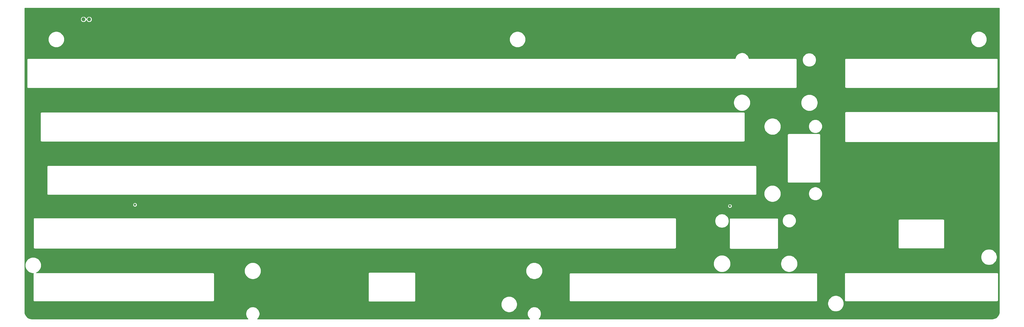
<source format=gbl>
G04 #@! TF.GenerationSoftware,KiCad,Pcbnew,(5.1.10)-1*
G04 #@! TF.CreationDate,2021-10-23T19:38:42+01:00*
G04 #@! TF.ProjectId,RGBSUB,52474253-5542-42e6-9b69-6361645f7063,Rev.1*
G04 #@! TF.SameCoordinates,Original*
G04 #@! TF.FileFunction,Copper,L2,Bot*
G04 #@! TF.FilePolarity,Positive*
%FSLAX46Y46*%
G04 Gerber Fmt 4.6, Leading zero omitted, Abs format (unit mm)*
G04 Created by KiCad (PCBNEW (5.1.10)-1) date 2021-10-23 19:38:42*
%MOMM*%
%LPD*%
G01*
G04 APERTURE LIST*
G04 #@! TA.AperFunction,ComponentPad*
%ADD10O,1.350000X1.350000*%
G04 #@! TD*
G04 #@! TA.AperFunction,ComponentPad*
%ADD11R,1.350000X1.350000*%
G04 #@! TD*
G04 #@! TA.AperFunction,ViaPad*
%ADD12C,0.800000*%
G04 #@! TD*
G04 #@! TA.AperFunction,Conductor*
%ADD13C,0.250000*%
G04 #@! TD*
G04 #@! TA.AperFunction,Conductor*
%ADD14C,0.150000*%
G04 #@! TD*
G04 APERTURE END LIST*
D10*
X58050000Y-108950000D03*
X60050000Y-108950000D03*
D11*
X62050000Y-108950000D03*
D12*
X376187500Y-213217500D03*
X352405000Y-154940000D03*
X353050000Y-137280000D03*
X354040000Y-194140000D03*
X350445000Y-213210000D03*
X284350000Y-213480000D03*
X163475000Y-213055000D03*
X72710010Y-156160000D03*
X62925000Y-136805000D03*
X371575000Y-108680000D03*
X68960000Y-194570000D03*
X71415000Y-213690000D03*
X292200000Y-108380000D03*
X272901000Y-137380000D03*
X287635000Y-175270000D03*
X76340000Y-174840000D03*
D13*
X383342001Y-212764200D02*
X383290959Y-213284759D01*
X383145821Y-213765480D01*
X382910075Y-214208856D01*
X382592697Y-214597998D01*
X382205784Y-214918081D01*
X381764061Y-215156919D01*
X381284368Y-215305410D01*
X380764975Y-215360000D01*
X219829272Y-215360000D01*
X220088505Y-215100767D01*
X220358103Y-214697287D01*
X220543804Y-214248963D01*
X220638474Y-213773025D01*
X220638474Y-213287763D01*
X220543804Y-212811825D01*
X220358103Y-212363501D01*
X220088505Y-211960021D01*
X219745373Y-211616889D01*
X219341893Y-211347291D01*
X218893569Y-211161590D01*
X218417631Y-211066920D01*
X217932369Y-211066920D01*
X217456431Y-211161590D01*
X217008107Y-211347291D01*
X216604627Y-211616889D01*
X216261495Y-211960021D01*
X215991897Y-212363501D01*
X215806196Y-212811825D01*
X215711526Y-213287763D01*
X215711526Y-213773025D01*
X215806196Y-214248963D01*
X215991897Y-214697287D01*
X216261495Y-215100767D01*
X216520728Y-215360000D01*
X119877025Y-215360000D01*
X120103589Y-215133436D01*
X120375429Y-214726599D01*
X120562676Y-214274546D01*
X120658133Y-213794649D01*
X120658133Y-213305351D01*
X120562676Y-212825454D01*
X120375429Y-212373401D01*
X120103589Y-211966564D01*
X119757603Y-211620578D01*
X119350766Y-211348738D01*
X118898713Y-211161491D01*
X118418816Y-211066034D01*
X117929518Y-211066034D01*
X117449621Y-211161491D01*
X116997568Y-211348738D01*
X116590731Y-211620578D01*
X116244745Y-211966564D01*
X115972905Y-212373401D01*
X115785658Y-212825454D01*
X115690201Y-213305351D01*
X115690201Y-213794649D01*
X115785658Y-214274546D01*
X115972905Y-214726599D01*
X116244745Y-215133436D01*
X116471309Y-215360000D01*
X39787790Y-215360000D01*
X39267241Y-215308959D01*
X38786520Y-215163821D01*
X38343144Y-214928075D01*
X37954002Y-214610697D01*
X37633919Y-214223784D01*
X37395081Y-213782061D01*
X37246590Y-213302368D01*
X37192000Y-212782975D01*
X37192000Y-209901837D01*
X206350000Y-209901837D01*
X206350000Y-210468163D01*
X206460485Y-211023607D01*
X206677208Y-211546823D01*
X206991842Y-212017706D01*
X207392294Y-212418158D01*
X207863177Y-212732792D01*
X208386393Y-212949515D01*
X208941837Y-213060000D01*
X209508163Y-213060000D01*
X210063607Y-212949515D01*
X210586823Y-212732792D01*
X211057706Y-212418158D01*
X211458158Y-212017706D01*
X211772792Y-211546823D01*
X211989515Y-211023607D01*
X212100000Y-210468163D01*
X212100000Y-209901837D01*
X212044305Y-209621837D01*
X322392000Y-209621837D01*
X322392000Y-210188163D01*
X322502485Y-210743607D01*
X322719208Y-211266823D01*
X323033842Y-211737706D01*
X323434294Y-212138158D01*
X323905177Y-212452792D01*
X324428393Y-212669515D01*
X324983837Y-212780000D01*
X325550163Y-212780000D01*
X326105607Y-212669515D01*
X326628823Y-212452792D01*
X327099706Y-212138158D01*
X327500158Y-211737706D01*
X327814792Y-211266823D01*
X328031515Y-210743607D01*
X328142000Y-210188163D01*
X328142000Y-209621837D01*
X328031515Y-209066393D01*
X327814792Y-208543177D01*
X327500158Y-208072294D01*
X327099706Y-207671842D01*
X326628823Y-207357208D01*
X326105607Y-207140485D01*
X325550163Y-207030000D01*
X324983837Y-207030000D01*
X324428393Y-207140485D01*
X323905177Y-207357208D01*
X323434294Y-207671842D01*
X323033842Y-208072294D01*
X322719208Y-208543177D01*
X322502485Y-209066393D01*
X322392000Y-209621837D01*
X212044305Y-209621837D01*
X211989515Y-209346393D01*
X211772792Y-208823177D01*
X211458158Y-208352294D01*
X211057706Y-207951842D01*
X210586823Y-207637208D01*
X210063607Y-207420485D01*
X209508163Y-207310000D01*
X208941837Y-207310000D01*
X208386393Y-207420485D01*
X207863177Y-207637208D01*
X207392294Y-207951842D01*
X206991842Y-208352294D01*
X206677208Y-208823177D01*
X206460485Y-209346393D01*
X206350000Y-209901837D01*
X37192000Y-209901837D01*
X37192000Y-196021837D01*
X37292000Y-196021837D01*
X37292000Y-196588163D01*
X37402485Y-197143607D01*
X37619208Y-197666823D01*
X37933842Y-198137706D01*
X38334294Y-198538158D01*
X38805177Y-198852792D01*
X39328393Y-199069515D01*
X39883837Y-199180000D01*
X40239655Y-199180000D01*
X40225452Y-199206573D01*
X40201150Y-199286686D01*
X40192944Y-199370000D01*
X40195001Y-199390884D01*
X40195000Y-208759126D01*
X40192944Y-208780000D01*
X40201150Y-208863314D01*
X40225452Y-208943427D01*
X40264916Y-209017260D01*
X40305239Y-209066393D01*
X40318026Y-209081974D01*
X40382740Y-209135084D01*
X40456573Y-209174548D01*
X40536686Y-209198850D01*
X40620000Y-209207056D01*
X40640874Y-209205000D01*
X104039126Y-209205000D01*
X104060000Y-209207056D01*
X104080874Y-209205000D01*
X104143314Y-209198850D01*
X104223427Y-209174548D01*
X104297260Y-209135084D01*
X104361974Y-209081974D01*
X104415084Y-209017260D01*
X104454548Y-208943427D01*
X104478850Y-208863314D01*
X104487056Y-208780000D01*
X104485000Y-208759126D01*
X104485000Y-199390874D01*
X104487056Y-199370000D01*
X104478850Y-199286686D01*
X104454548Y-199206573D01*
X104415084Y-199132740D01*
X104361974Y-199068026D01*
X104297260Y-199014916D01*
X104223427Y-198975452D01*
X104143314Y-198951150D01*
X104080874Y-198945000D01*
X104060000Y-198942944D01*
X104039126Y-198945000D01*
X41306213Y-198945000D01*
X41528823Y-198852792D01*
X41999706Y-198538158D01*
X42400158Y-198137706D01*
X42487980Y-198006271D01*
X115192110Y-198006271D01*
X115192110Y-198593729D01*
X115306717Y-199169899D01*
X115531528Y-199712640D01*
X115857902Y-200201093D01*
X116273298Y-200616489D01*
X116761751Y-200942863D01*
X117304492Y-201167674D01*
X117880662Y-201282281D01*
X118468120Y-201282281D01*
X119044290Y-201167674D01*
X119587031Y-200942863D01*
X120075484Y-200616489D01*
X120490880Y-200201093D01*
X120817254Y-199712640D01*
X121021312Y-199220000D01*
X159172944Y-199220000D01*
X159175001Y-199240884D01*
X159175000Y-208839126D01*
X159172944Y-208860000D01*
X159181150Y-208943314D01*
X159205452Y-209023427D01*
X159244916Y-209097260D01*
X159267751Y-209125084D01*
X159298026Y-209161974D01*
X159362740Y-209215084D01*
X159436573Y-209254548D01*
X159516686Y-209278850D01*
X159600000Y-209287056D01*
X159620874Y-209285000D01*
X175509126Y-209285000D01*
X175530000Y-209287056D01*
X175550874Y-209285000D01*
X175613314Y-209278850D01*
X175693427Y-209254548D01*
X175767260Y-209215084D01*
X175831974Y-209161974D01*
X175885084Y-209097260D01*
X175924548Y-209023427D01*
X175948850Y-208943314D01*
X175957056Y-208860000D01*
X175955000Y-208839126D01*
X175955000Y-199240874D01*
X175957056Y-199220000D01*
X175948850Y-199136686D01*
X175924548Y-199056573D01*
X175885084Y-198982740D01*
X175831974Y-198918026D01*
X175767260Y-198864916D01*
X175693427Y-198825452D01*
X175613314Y-198801150D01*
X175550874Y-198795000D01*
X175530000Y-198792944D01*
X175509126Y-198795000D01*
X159620874Y-198795000D01*
X159600000Y-198792944D01*
X159579126Y-198795000D01*
X159516686Y-198801150D01*
X159436573Y-198825452D01*
X159362740Y-198864916D01*
X159298026Y-198918026D01*
X159244916Y-198982740D01*
X159205452Y-199056573D01*
X159181150Y-199136686D01*
X159172944Y-199220000D01*
X121021312Y-199220000D01*
X121042065Y-199169899D01*
X121156672Y-198593729D01*
X121156672Y-198006380D01*
X215168221Y-198006380D01*
X215168221Y-198593620D01*
X215282786Y-199169577D01*
X215507513Y-199712117D01*
X215833766Y-200200390D01*
X216249008Y-200615632D01*
X216737281Y-200941885D01*
X217279821Y-201166612D01*
X217855778Y-201281177D01*
X218443018Y-201281177D01*
X219018975Y-201166612D01*
X219561515Y-200941885D01*
X220049788Y-200615632D01*
X220465030Y-200200390D01*
X220791283Y-199712117D01*
X220895713Y-199460000D01*
X230612944Y-199460000D01*
X230615001Y-199480884D01*
X230615000Y-208749126D01*
X230612944Y-208770000D01*
X230621150Y-208853314D01*
X230645452Y-208933427D01*
X230684916Y-209007260D01*
X230721612Y-209051974D01*
X230738026Y-209071974D01*
X230802740Y-209125084D01*
X230876573Y-209164548D01*
X230956686Y-209188850D01*
X231040000Y-209197056D01*
X231060874Y-209195000D01*
X318299126Y-209195000D01*
X318320000Y-209197056D01*
X318340874Y-209195000D01*
X318403314Y-209188850D01*
X318483427Y-209164548D01*
X318557260Y-209125084D01*
X318621974Y-209071974D01*
X318675084Y-209007260D01*
X318714548Y-208933427D01*
X318738850Y-208853314D01*
X318747056Y-208770000D01*
X318745000Y-208749126D01*
X318745000Y-199480874D01*
X318747056Y-199460000D01*
X318738850Y-199376686D01*
X318733789Y-199360000D01*
X328352944Y-199360000D01*
X328355001Y-199380884D01*
X328355000Y-208729126D01*
X328352944Y-208750000D01*
X328361150Y-208833314D01*
X328385452Y-208913427D01*
X328424916Y-208987260D01*
X328441330Y-209007260D01*
X328478026Y-209051974D01*
X328542740Y-209105084D01*
X328616573Y-209144548D01*
X328696686Y-209168850D01*
X328780000Y-209177056D01*
X328800874Y-209175000D01*
X382519126Y-209175000D01*
X382540000Y-209177056D01*
X382560874Y-209175000D01*
X382623314Y-209168850D01*
X382703427Y-209144548D01*
X382777260Y-209105084D01*
X382841974Y-209051974D01*
X382895084Y-208987260D01*
X382934548Y-208913427D01*
X382958850Y-208833314D01*
X382967056Y-208750000D01*
X382965000Y-208729126D01*
X382965000Y-199380874D01*
X382967056Y-199360000D01*
X382958850Y-199276686D01*
X382934548Y-199196573D01*
X382895084Y-199122740D01*
X382841974Y-199058026D01*
X382777260Y-199004916D01*
X382703427Y-198965452D01*
X382623314Y-198941150D01*
X382560874Y-198935000D01*
X382540000Y-198932944D01*
X382519126Y-198935000D01*
X328800874Y-198935000D01*
X328780000Y-198932944D01*
X328759126Y-198935000D01*
X328696686Y-198941150D01*
X328616573Y-198965452D01*
X328542740Y-199004916D01*
X328478026Y-199058026D01*
X328424916Y-199122740D01*
X328385452Y-199196573D01*
X328361150Y-199276686D01*
X328352944Y-199360000D01*
X318733789Y-199360000D01*
X318714548Y-199296573D01*
X318675084Y-199222740D01*
X318621974Y-199158026D01*
X318557260Y-199104916D01*
X318483427Y-199065452D01*
X318403314Y-199041150D01*
X318340874Y-199035000D01*
X318320000Y-199032944D01*
X318299126Y-199035000D01*
X231060874Y-199035000D01*
X231040000Y-199032944D01*
X231019126Y-199035000D01*
X230956686Y-199041150D01*
X230876573Y-199065452D01*
X230802740Y-199104916D01*
X230738026Y-199158026D01*
X230684916Y-199222740D01*
X230645452Y-199296573D01*
X230621150Y-199376686D01*
X230612944Y-199460000D01*
X220895713Y-199460000D01*
X221016010Y-199169577D01*
X221130575Y-198593620D01*
X221130575Y-198006380D01*
X221016010Y-197430423D01*
X220791283Y-196887883D01*
X220465030Y-196399610D01*
X220049788Y-195984368D01*
X219561515Y-195658115D01*
X219056174Y-195448796D01*
X281788848Y-195448796D01*
X281788848Y-196051204D01*
X281906372Y-196642038D01*
X282136904Y-197198590D01*
X282471584Y-197699475D01*
X282897551Y-198125442D01*
X283398436Y-198460122D01*
X283954988Y-198690654D01*
X284545822Y-198808178D01*
X285148230Y-198808178D01*
X285739064Y-198690654D01*
X286295616Y-198460122D01*
X286796501Y-198125442D01*
X287222468Y-197699475D01*
X287557148Y-197198590D01*
X287787680Y-196642038D01*
X287905204Y-196051204D01*
X287905204Y-195454548D01*
X305705936Y-195454548D01*
X305705936Y-196045452D01*
X305821215Y-196625002D01*
X306047345Y-197170926D01*
X306375633Y-197662245D01*
X306793466Y-198080078D01*
X307284785Y-198408366D01*
X307830709Y-198634496D01*
X308410259Y-198749775D01*
X309001163Y-198749775D01*
X309580713Y-198634496D01*
X310126637Y-198408366D01*
X310617956Y-198080078D01*
X311035789Y-197662245D01*
X311364077Y-197170926D01*
X311590207Y-196625002D01*
X311705486Y-196045452D01*
X311705486Y-195454548D01*
X311590207Y-194874998D01*
X311364077Y-194329074D01*
X311035789Y-193837755D01*
X310617956Y-193419922D01*
X310171840Y-193121837D01*
X376792000Y-193121837D01*
X376792000Y-193688163D01*
X376902485Y-194243607D01*
X377119208Y-194766823D01*
X377433842Y-195237706D01*
X377834294Y-195638158D01*
X378305177Y-195952792D01*
X378828393Y-196169515D01*
X379383837Y-196280000D01*
X379950163Y-196280000D01*
X380505607Y-196169515D01*
X381028823Y-195952792D01*
X381499706Y-195638158D01*
X381900158Y-195237706D01*
X382214792Y-194766823D01*
X382431515Y-194243607D01*
X382542000Y-193688163D01*
X382542000Y-193121837D01*
X382431515Y-192566393D01*
X382214792Y-192043177D01*
X381900158Y-191572294D01*
X381499706Y-191171842D01*
X381028823Y-190857208D01*
X380505607Y-190640485D01*
X379950163Y-190530000D01*
X379383837Y-190530000D01*
X378828393Y-190640485D01*
X378305177Y-190857208D01*
X377834294Y-191171842D01*
X377433842Y-191572294D01*
X377119208Y-192043177D01*
X376902485Y-192566393D01*
X376792000Y-193121837D01*
X310171840Y-193121837D01*
X310126637Y-193091634D01*
X309580713Y-192865504D01*
X309001163Y-192750225D01*
X308410259Y-192750225D01*
X307830709Y-192865504D01*
X307284785Y-193091634D01*
X306793466Y-193419922D01*
X306375633Y-193837755D01*
X306047345Y-194329074D01*
X305821215Y-194874998D01*
X305705936Y-195454548D01*
X287905204Y-195454548D01*
X287905204Y-195448796D01*
X287787680Y-194857962D01*
X287557148Y-194301410D01*
X287222468Y-193800525D01*
X286796501Y-193374558D01*
X286295616Y-193039878D01*
X285739064Y-192809346D01*
X285148230Y-192691822D01*
X284545822Y-192691822D01*
X283954988Y-192809346D01*
X283398436Y-193039878D01*
X282897551Y-193374558D01*
X282471584Y-193800525D01*
X282136904Y-194301410D01*
X281906372Y-194857962D01*
X281788848Y-195448796D01*
X219056174Y-195448796D01*
X219018975Y-195433388D01*
X218443018Y-195318823D01*
X217855778Y-195318823D01*
X217279821Y-195433388D01*
X216737281Y-195658115D01*
X216249008Y-195984368D01*
X215833766Y-196399610D01*
X215507513Y-196887883D01*
X215282786Y-197430423D01*
X215168221Y-198006380D01*
X121156672Y-198006380D01*
X121156672Y-198006271D01*
X121042065Y-197430101D01*
X120817254Y-196887360D01*
X120490880Y-196398907D01*
X120075484Y-195983511D01*
X119587031Y-195657137D01*
X119044290Y-195432326D01*
X118468120Y-195317719D01*
X117880662Y-195317719D01*
X117304492Y-195432326D01*
X116761751Y-195657137D01*
X116273298Y-195983511D01*
X115857902Y-196398907D01*
X115531528Y-196887360D01*
X115306717Y-197430101D01*
X115192110Y-198006271D01*
X42487980Y-198006271D01*
X42714792Y-197666823D01*
X42931515Y-197143607D01*
X43042000Y-196588163D01*
X43042000Y-196021837D01*
X42931515Y-195466393D01*
X42714792Y-194943177D01*
X42400158Y-194472294D01*
X41999706Y-194071842D01*
X41528823Y-193757208D01*
X41005607Y-193540485D01*
X40450163Y-193430000D01*
X39883837Y-193430000D01*
X39328393Y-193540485D01*
X38805177Y-193757208D01*
X38334294Y-194071842D01*
X37933842Y-194472294D01*
X37619208Y-194943177D01*
X37402485Y-195466393D01*
X37292000Y-196021837D01*
X37192000Y-196021837D01*
X37192000Y-179870000D01*
X40222944Y-179870000D01*
X40225001Y-179890884D01*
X40225000Y-189999126D01*
X40222944Y-190020000D01*
X40231150Y-190103314D01*
X40255452Y-190183427D01*
X40294916Y-190257260D01*
X40348026Y-190321974D01*
X40412740Y-190375084D01*
X40486573Y-190414548D01*
X40566686Y-190438850D01*
X40650000Y-190447056D01*
X40670874Y-190445000D01*
X268119126Y-190445000D01*
X268140000Y-190447056D01*
X268160874Y-190445000D01*
X268223314Y-190438850D01*
X268303427Y-190414548D01*
X268377260Y-190375084D01*
X268441974Y-190321974D01*
X268495084Y-190257260D01*
X268534548Y-190183427D01*
X268558850Y-190103314D01*
X268567056Y-190020000D01*
X268565000Y-189999126D01*
X268565000Y-180302510D01*
X282307231Y-180302510D01*
X282307231Y-180797490D01*
X282403797Y-181282958D01*
X282593218Y-181740260D01*
X282868213Y-182151820D01*
X283218217Y-182501824D01*
X283629777Y-182776819D01*
X284087079Y-182966240D01*
X284572547Y-183062806D01*
X285067527Y-183062806D01*
X285552995Y-182966240D01*
X286010297Y-182776819D01*
X286421857Y-182501824D01*
X286771861Y-182151820D01*
X287046856Y-181740260D01*
X287236277Y-181282958D01*
X287332843Y-180797490D01*
X287332843Y-180302510D01*
X287262725Y-179950000D01*
X287482944Y-179950000D01*
X287485001Y-179970884D01*
X287485000Y-190079126D01*
X287482944Y-190100000D01*
X287491150Y-190183314D01*
X287515452Y-190263427D01*
X287554916Y-190337260D01*
X287585518Y-190374548D01*
X287608026Y-190401974D01*
X287672740Y-190455084D01*
X287746573Y-190494548D01*
X287826686Y-190518850D01*
X287910000Y-190527056D01*
X287930874Y-190525000D01*
X304389126Y-190525000D01*
X304410000Y-190527056D01*
X304430874Y-190525000D01*
X304493314Y-190518850D01*
X304573427Y-190494548D01*
X304647260Y-190455084D01*
X304711974Y-190401974D01*
X304765084Y-190337260D01*
X304804548Y-190263427D01*
X304828850Y-190183314D01*
X304837056Y-190100000D01*
X304835000Y-190079126D01*
X304835000Y-180233706D01*
X306270944Y-180233706D01*
X306270944Y-180716294D01*
X306365092Y-181189608D01*
X306549770Y-181635461D01*
X306817882Y-182036718D01*
X307159122Y-182377958D01*
X307560379Y-182646070D01*
X308006232Y-182830748D01*
X308479546Y-182924896D01*
X308962134Y-182924896D01*
X309435448Y-182830748D01*
X309881301Y-182646070D01*
X310282558Y-182377958D01*
X310623798Y-182036718D01*
X310891910Y-181635461D01*
X311076588Y-181189608D01*
X311170736Y-180716294D01*
X311170736Y-180360000D01*
X347442944Y-180360000D01*
X347445001Y-180380884D01*
X347445000Y-189959126D01*
X347442944Y-189980000D01*
X347451150Y-190063314D01*
X347475452Y-190143427D01*
X347514916Y-190217260D01*
X347547743Y-190257259D01*
X347568026Y-190281974D01*
X347632740Y-190335084D01*
X347706573Y-190374548D01*
X347786686Y-190398850D01*
X347870000Y-190407056D01*
X347890874Y-190405000D01*
X363419126Y-190405000D01*
X363440000Y-190407056D01*
X363460874Y-190405000D01*
X363523314Y-190398850D01*
X363603427Y-190374548D01*
X363677260Y-190335084D01*
X363741974Y-190281974D01*
X363795084Y-190217260D01*
X363834548Y-190143427D01*
X363858850Y-190063314D01*
X363867056Y-189980000D01*
X363865000Y-189959126D01*
X363865000Y-180380874D01*
X363867056Y-180360000D01*
X363858850Y-180276686D01*
X363834548Y-180196573D01*
X363795084Y-180122740D01*
X363741974Y-180058026D01*
X363677260Y-180004916D01*
X363603427Y-179965452D01*
X363523314Y-179941150D01*
X363460874Y-179935000D01*
X363440000Y-179932944D01*
X363419126Y-179935000D01*
X347890874Y-179935000D01*
X347870000Y-179932944D01*
X347849126Y-179935000D01*
X347786686Y-179941150D01*
X347706573Y-179965452D01*
X347632740Y-180004916D01*
X347568026Y-180058026D01*
X347514916Y-180122740D01*
X347475452Y-180196573D01*
X347451150Y-180276686D01*
X347442944Y-180360000D01*
X311170736Y-180360000D01*
X311170736Y-180233706D01*
X311076588Y-179760392D01*
X310891910Y-179314539D01*
X310623798Y-178913282D01*
X310282558Y-178572042D01*
X309881301Y-178303930D01*
X309435448Y-178119252D01*
X308962134Y-178025104D01*
X308479546Y-178025104D01*
X308006232Y-178119252D01*
X307560379Y-178303930D01*
X307159122Y-178572042D01*
X306817882Y-178913282D01*
X306549770Y-179314539D01*
X306365092Y-179760392D01*
X306270944Y-180233706D01*
X304835000Y-180233706D01*
X304835000Y-179970874D01*
X304837056Y-179950000D01*
X304828850Y-179866686D01*
X304804548Y-179786573D01*
X304765084Y-179712740D01*
X304711974Y-179648026D01*
X304647260Y-179594916D01*
X304573427Y-179555452D01*
X304493314Y-179531150D01*
X304430874Y-179525000D01*
X304410000Y-179522944D01*
X304389126Y-179525000D01*
X287930874Y-179525000D01*
X287910000Y-179522944D01*
X287889126Y-179525000D01*
X287826686Y-179531150D01*
X287746573Y-179555452D01*
X287672740Y-179594916D01*
X287608026Y-179648026D01*
X287554916Y-179712740D01*
X287515452Y-179786573D01*
X287491150Y-179866686D01*
X287482944Y-179950000D01*
X287262725Y-179950000D01*
X287236277Y-179817042D01*
X287046856Y-179359740D01*
X286771861Y-178948180D01*
X286421857Y-178598176D01*
X286010297Y-178323181D01*
X285552995Y-178133760D01*
X285067527Y-178037194D01*
X284572547Y-178037194D01*
X284087079Y-178133760D01*
X283629777Y-178323181D01*
X283218217Y-178598176D01*
X282868213Y-178948180D01*
X282593218Y-179359740D01*
X282403797Y-179817042D01*
X282307231Y-180302510D01*
X268565000Y-180302510D01*
X268565000Y-179890874D01*
X268567056Y-179870000D01*
X268558850Y-179786686D01*
X268534548Y-179706573D01*
X268495084Y-179632740D01*
X268441974Y-179568026D01*
X268377260Y-179514916D01*
X268303427Y-179475452D01*
X268223314Y-179451150D01*
X268160874Y-179445000D01*
X268140000Y-179442944D01*
X268119126Y-179445000D01*
X40670874Y-179445000D01*
X40650000Y-179442944D01*
X40629126Y-179445000D01*
X40566686Y-179451150D01*
X40486573Y-179475452D01*
X40412740Y-179514916D01*
X40348026Y-179568026D01*
X40294916Y-179632740D01*
X40255452Y-179706573D01*
X40231150Y-179786686D01*
X40222944Y-179870000D01*
X37192000Y-179870000D01*
X37192000Y-174763669D01*
X75565000Y-174763669D01*
X75565000Y-174916331D01*
X75594783Y-175066059D01*
X75653204Y-175207100D01*
X75738018Y-175334034D01*
X75845966Y-175441982D01*
X75972900Y-175526796D01*
X76113941Y-175585217D01*
X76263669Y-175615000D01*
X76416331Y-175615000D01*
X76566059Y-175585217D01*
X76707100Y-175526796D01*
X76834034Y-175441982D01*
X76941982Y-175334034D01*
X77026796Y-175207100D01*
X77032359Y-175193669D01*
X286860000Y-175193669D01*
X286860000Y-175346331D01*
X286889783Y-175496059D01*
X286948204Y-175637100D01*
X287033018Y-175764034D01*
X287140966Y-175871982D01*
X287267900Y-175956796D01*
X287408941Y-176015217D01*
X287558669Y-176045000D01*
X287711331Y-176045000D01*
X287861059Y-176015217D01*
X288002100Y-175956796D01*
X288129034Y-175871982D01*
X288236982Y-175764034D01*
X288321796Y-175637100D01*
X288380217Y-175496059D01*
X288410000Y-175346331D01*
X288410000Y-175193669D01*
X288380217Y-175043941D01*
X288321796Y-174902900D01*
X288236982Y-174775966D01*
X288129034Y-174668018D01*
X288002100Y-174583204D01*
X287861059Y-174524783D01*
X287711331Y-174495000D01*
X287558669Y-174495000D01*
X287408941Y-174524783D01*
X287267900Y-174583204D01*
X287140966Y-174668018D01*
X287033018Y-174775966D01*
X286948204Y-174902900D01*
X286889783Y-175043941D01*
X286860000Y-175193669D01*
X77032359Y-175193669D01*
X77085217Y-175066059D01*
X77115000Y-174916331D01*
X77115000Y-174763669D01*
X77085217Y-174613941D01*
X77026796Y-174472900D01*
X76941982Y-174345966D01*
X76834034Y-174238018D01*
X76707100Y-174153204D01*
X76566059Y-174094783D01*
X76416331Y-174065000D01*
X76263669Y-174065000D01*
X76113941Y-174094783D01*
X75972900Y-174153204D01*
X75845966Y-174238018D01*
X75738018Y-174345966D01*
X75653204Y-174472900D01*
X75594783Y-174613941D01*
X75565000Y-174763669D01*
X37192000Y-174763669D01*
X37192000Y-161280000D01*
X45062944Y-161280000D01*
X45065001Y-161300884D01*
X45065000Y-170919126D01*
X45062944Y-170940000D01*
X45071150Y-171023314D01*
X45095452Y-171103427D01*
X45134916Y-171177260D01*
X45188026Y-171241974D01*
X45252740Y-171295084D01*
X45326573Y-171334548D01*
X45406686Y-171358850D01*
X45490000Y-171367056D01*
X45510874Y-171365000D01*
X296729126Y-171365000D01*
X296750000Y-171367056D01*
X296770874Y-171365000D01*
X296833314Y-171358850D01*
X296913427Y-171334548D01*
X296987260Y-171295084D01*
X297051974Y-171241974D01*
X297105084Y-171177260D01*
X297144548Y-171103427D01*
X297168850Y-171023314D01*
X297177056Y-170940000D01*
X297175000Y-170919126D01*
X297175000Y-170579548D01*
X299769514Y-170579548D01*
X299769514Y-171170452D01*
X299884793Y-171750002D01*
X300110923Y-172295926D01*
X300439211Y-172787245D01*
X300857044Y-173205078D01*
X301348363Y-173533366D01*
X301894287Y-173759496D01*
X302473837Y-173874775D01*
X303064741Y-173874775D01*
X303644291Y-173759496D01*
X304190215Y-173533366D01*
X304681534Y-173205078D01*
X305099367Y-172787245D01*
X305427655Y-172295926D01*
X305653785Y-171750002D01*
X305769064Y-171170452D01*
X305769064Y-170633706D01*
X315575104Y-170633706D01*
X315575104Y-171116294D01*
X315669252Y-171589608D01*
X315853930Y-172035461D01*
X316122042Y-172436718D01*
X316463282Y-172777958D01*
X316864539Y-173046070D01*
X317310392Y-173230748D01*
X317783706Y-173324896D01*
X318266294Y-173324896D01*
X318739608Y-173230748D01*
X319185461Y-173046070D01*
X319586718Y-172777958D01*
X319927958Y-172436718D01*
X320196070Y-172035461D01*
X320380748Y-171589608D01*
X320474896Y-171116294D01*
X320474896Y-170633706D01*
X320380748Y-170160392D01*
X320196070Y-169714539D01*
X319927958Y-169313282D01*
X319586718Y-168972042D01*
X319185461Y-168703930D01*
X318739608Y-168519252D01*
X318266294Y-168425104D01*
X317783706Y-168425104D01*
X317310392Y-168519252D01*
X316864539Y-168703930D01*
X316463282Y-168972042D01*
X316122042Y-169313282D01*
X315853930Y-169714539D01*
X315669252Y-170160392D01*
X315575104Y-170633706D01*
X305769064Y-170633706D01*
X305769064Y-170579548D01*
X305653785Y-169999998D01*
X305427655Y-169454074D01*
X305099367Y-168962755D01*
X304681534Y-168544922D01*
X304190215Y-168216634D01*
X303644291Y-167990504D01*
X303064741Y-167875225D01*
X302473837Y-167875225D01*
X301894287Y-167990504D01*
X301348363Y-168216634D01*
X300857044Y-168544922D01*
X300439211Y-168962755D01*
X300110923Y-169454074D01*
X299884793Y-169999998D01*
X299769514Y-170579548D01*
X297175000Y-170579548D01*
X297175000Y-161300874D01*
X297177056Y-161280000D01*
X297168850Y-161196686D01*
X297144548Y-161116573D01*
X297105084Y-161042740D01*
X297051974Y-160978026D01*
X296987260Y-160924916D01*
X296913427Y-160885452D01*
X296833314Y-160861150D01*
X296770874Y-160855000D01*
X296750000Y-160852944D01*
X296729126Y-160855000D01*
X45510874Y-160855000D01*
X45490000Y-160852944D01*
X45469126Y-160855000D01*
X45406686Y-160861150D01*
X45326573Y-160885452D01*
X45252740Y-160924916D01*
X45188026Y-160978026D01*
X45134916Y-161042740D01*
X45095452Y-161116573D01*
X45071150Y-161196686D01*
X45062944Y-161280000D01*
X37192000Y-161280000D01*
X37192000Y-142330000D01*
X42692944Y-142330000D01*
X42695001Y-142350884D01*
X42695000Y-151979126D01*
X42692944Y-152000000D01*
X42701150Y-152083314D01*
X42725452Y-152163427D01*
X42764916Y-152237260D01*
X42818026Y-152301974D01*
X42882740Y-152355084D01*
X42956573Y-152394548D01*
X43036686Y-152418850D01*
X43120000Y-152427056D01*
X43140874Y-152425000D01*
X292529126Y-152425000D01*
X292550000Y-152427056D01*
X292570874Y-152425000D01*
X292633314Y-152418850D01*
X292713427Y-152394548D01*
X292787260Y-152355084D01*
X292851974Y-152301974D01*
X292905084Y-152237260D01*
X292944548Y-152163427D01*
X292968850Y-152083314D01*
X292977056Y-152000000D01*
X292975000Y-151979126D01*
X292975000Y-146729548D01*
X299794514Y-146729548D01*
X299794514Y-147320452D01*
X299909793Y-147900002D01*
X300135923Y-148445926D01*
X300464211Y-148937245D01*
X300882044Y-149355078D01*
X301373363Y-149683366D01*
X301919287Y-149909496D01*
X302498837Y-150024775D01*
X303089741Y-150024775D01*
X303365115Y-149970000D01*
X308082944Y-149970000D01*
X308085001Y-149990884D01*
X308085000Y-166609126D01*
X308082944Y-166630000D01*
X308091150Y-166713314D01*
X308115452Y-166793427D01*
X308154916Y-166867260D01*
X308208026Y-166931974D01*
X308272740Y-166985084D01*
X308346573Y-167024548D01*
X308426686Y-167048850D01*
X308510000Y-167057056D01*
X308530874Y-167055000D01*
X319359126Y-167055000D01*
X319380000Y-167057056D01*
X319400874Y-167055000D01*
X319463314Y-167048850D01*
X319543427Y-167024548D01*
X319617260Y-166985084D01*
X319681974Y-166931974D01*
X319735084Y-166867260D01*
X319774548Y-166793427D01*
X319798850Y-166713314D01*
X319807056Y-166630000D01*
X319805000Y-166609126D01*
X319805000Y-149990874D01*
X319807056Y-149970000D01*
X319798850Y-149886686D01*
X319774548Y-149806573D01*
X319735084Y-149732740D01*
X319681974Y-149668026D01*
X319617260Y-149614916D01*
X319543427Y-149575452D01*
X319463314Y-149551150D01*
X319400874Y-149545000D01*
X319380000Y-149542944D01*
X319359126Y-149545000D01*
X308530874Y-149545000D01*
X308510000Y-149542944D01*
X308489126Y-149545000D01*
X308426686Y-149551150D01*
X308346573Y-149575452D01*
X308272740Y-149614916D01*
X308208026Y-149668026D01*
X308154916Y-149732740D01*
X308115452Y-149806573D01*
X308091150Y-149886686D01*
X308082944Y-149970000D01*
X303365115Y-149970000D01*
X303669291Y-149909496D01*
X304215215Y-149683366D01*
X304706534Y-149355078D01*
X305124367Y-148937245D01*
X305452655Y-148445926D01*
X305678785Y-147900002D01*
X305794064Y-147320452D01*
X305794064Y-146729548D01*
X305793251Y-146725456D01*
X315575104Y-146725456D01*
X315575104Y-147208044D01*
X315669252Y-147681358D01*
X315853930Y-148127211D01*
X316122042Y-148528468D01*
X316463282Y-148869708D01*
X316864539Y-149137820D01*
X317310392Y-149322498D01*
X317783706Y-149416646D01*
X318266294Y-149416646D01*
X318739608Y-149322498D01*
X319185461Y-149137820D01*
X319586718Y-148869708D01*
X319927958Y-148528468D01*
X320196070Y-148127211D01*
X320380748Y-147681358D01*
X320474896Y-147208044D01*
X320474896Y-146725456D01*
X320380748Y-146252142D01*
X320196070Y-145806289D01*
X319927958Y-145405032D01*
X319586718Y-145063792D01*
X319185461Y-144795680D01*
X318739608Y-144611002D01*
X318266294Y-144516854D01*
X317783706Y-144516854D01*
X317310392Y-144611002D01*
X316864539Y-144795680D01*
X316463282Y-145063792D01*
X316122042Y-145405032D01*
X315853930Y-145806289D01*
X315669252Y-146252142D01*
X315575104Y-146725456D01*
X305793251Y-146725456D01*
X305678785Y-146149998D01*
X305452655Y-145604074D01*
X305124367Y-145112755D01*
X304706534Y-144694922D01*
X304215215Y-144366634D01*
X303669291Y-144140504D01*
X303089741Y-144025225D01*
X302498837Y-144025225D01*
X301919287Y-144140504D01*
X301373363Y-144366634D01*
X300882044Y-144694922D01*
X300464211Y-145112755D01*
X300135923Y-145604074D01*
X299909793Y-146149998D01*
X299794514Y-146729548D01*
X292975000Y-146729548D01*
X292975000Y-142350874D01*
X292977056Y-142330000D01*
X292968850Y-142246686D01*
X292945588Y-142170000D01*
X328422944Y-142170000D01*
X328425001Y-142190884D01*
X328425000Y-152199126D01*
X328422944Y-152220000D01*
X328431150Y-152303314D01*
X328455452Y-152383427D01*
X328494916Y-152457260D01*
X328548026Y-152521974D01*
X328612740Y-152575084D01*
X328686573Y-152614548D01*
X328766686Y-152638850D01*
X328850000Y-152647056D01*
X328870874Y-152645000D01*
X382409126Y-152645000D01*
X382430000Y-152647056D01*
X382450874Y-152645000D01*
X382513314Y-152638850D01*
X382593427Y-152614548D01*
X382667260Y-152575084D01*
X382731974Y-152521974D01*
X382785084Y-152457260D01*
X382824548Y-152383427D01*
X382848850Y-152303314D01*
X382857056Y-152220000D01*
X382855000Y-152199126D01*
X382855000Y-142190874D01*
X382857056Y-142170000D01*
X382848850Y-142086686D01*
X382824548Y-142006573D01*
X382785084Y-141932740D01*
X382731974Y-141868026D01*
X382667260Y-141814916D01*
X382593427Y-141775452D01*
X382513314Y-141751150D01*
X382450874Y-141745000D01*
X382430000Y-141742944D01*
X382409126Y-141745000D01*
X328870874Y-141745000D01*
X328850000Y-141742944D01*
X328829126Y-141745000D01*
X328766686Y-141751150D01*
X328686573Y-141775452D01*
X328612740Y-141814916D01*
X328548026Y-141868026D01*
X328494916Y-141932740D01*
X328455452Y-142006573D01*
X328431150Y-142086686D01*
X328422944Y-142170000D01*
X292945588Y-142170000D01*
X292944548Y-142166573D01*
X292905084Y-142092740D01*
X292851974Y-142028026D01*
X292787260Y-141974916D01*
X292713427Y-141935452D01*
X292633314Y-141911150D01*
X292570874Y-141905000D01*
X292550000Y-141902944D01*
X292529126Y-141905000D01*
X43140874Y-141905000D01*
X43120000Y-141902944D01*
X43099126Y-141905000D01*
X43036686Y-141911150D01*
X42956573Y-141935452D01*
X42882740Y-141974916D01*
X42818026Y-142028026D01*
X42764916Y-142092740D01*
X42725452Y-142166573D01*
X42701150Y-142246686D01*
X42692944Y-142330000D01*
X37192000Y-142330000D01*
X37192000Y-138254548D01*
X288944514Y-138254548D01*
X288944514Y-138845452D01*
X289059793Y-139425002D01*
X289285923Y-139970926D01*
X289614211Y-140462245D01*
X290032044Y-140880078D01*
X290523363Y-141208366D01*
X291069287Y-141434496D01*
X291648837Y-141549775D01*
X292239741Y-141549775D01*
X292819291Y-141434496D01*
X293365215Y-141208366D01*
X293856534Y-140880078D01*
X294274367Y-140462245D01*
X294602655Y-139970926D01*
X294828785Y-139425002D01*
X294944064Y-138845452D01*
X294944064Y-138279548D01*
X312875225Y-138279548D01*
X312875225Y-138870452D01*
X312990504Y-139450002D01*
X313216634Y-139995926D01*
X313544922Y-140487245D01*
X313962755Y-140905078D01*
X314454074Y-141233366D01*
X314999998Y-141459496D01*
X315579548Y-141574775D01*
X316170452Y-141574775D01*
X316750002Y-141459496D01*
X317295926Y-141233366D01*
X317787245Y-140905078D01*
X318205078Y-140487245D01*
X318533366Y-139995926D01*
X318759496Y-139450002D01*
X318874775Y-138870452D01*
X318874775Y-138279548D01*
X318759496Y-137699998D01*
X318533366Y-137154074D01*
X318205078Y-136662755D01*
X317787245Y-136244922D01*
X317295926Y-135916634D01*
X316750002Y-135690504D01*
X316170452Y-135575225D01*
X315579548Y-135575225D01*
X314999998Y-135690504D01*
X314454074Y-135916634D01*
X313962755Y-136244922D01*
X313544922Y-136662755D01*
X313216634Y-137154074D01*
X312990504Y-137699998D01*
X312875225Y-138279548D01*
X294944064Y-138279548D01*
X294944064Y-138254548D01*
X294828785Y-137674998D01*
X294602655Y-137129074D01*
X294274367Y-136637755D01*
X293856534Y-136219922D01*
X293365215Y-135891634D01*
X292819291Y-135665504D01*
X292239741Y-135550225D01*
X291648837Y-135550225D01*
X291069287Y-135665504D01*
X290523363Y-135891634D01*
X290032044Y-136219922D01*
X289614211Y-136637755D01*
X289285923Y-137129074D01*
X289059793Y-137674998D01*
X288944514Y-138254548D01*
X37192000Y-138254548D01*
X37192000Y-123250000D01*
X37947944Y-123250000D01*
X37950001Y-123270884D01*
X37950000Y-132979126D01*
X37947944Y-133000000D01*
X37956150Y-133083314D01*
X37980452Y-133163427D01*
X38019916Y-133237260D01*
X38031992Y-133251974D01*
X38073026Y-133301974D01*
X38137740Y-133355084D01*
X38211573Y-133394548D01*
X38291686Y-133418850D01*
X38375000Y-133427056D01*
X38395874Y-133425000D01*
X310979126Y-133425000D01*
X311000000Y-133427056D01*
X311020874Y-133425000D01*
X311083314Y-133418850D01*
X311163427Y-133394548D01*
X311237260Y-133355084D01*
X311301974Y-133301974D01*
X311355084Y-133237260D01*
X311394548Y-133163427D01*
X311418850Y-133083314D01*
X311427056Y-133000000D01*
X311425000Y-132979126D01*
X311425000Y-123270874D01*
X311427056Y-123250000D01*
X311418850Y-123166686D01*
X311400985Y-123107792D01*
X313390819Y-123107792D01*
X313390819Y-123592208D01*
X313485324Y-124067317D01*
X313670702Y-124514859D01*
X313939829Y-124917637D01*
X314282363Y-125260171D01*
X314685141Y-125529298D01*
X315132683Y-125714676D01*
X315607792Y-125809181D01*
X316092208Y-125809181D01*
X316567317Y-125714676D01*
X317014859Y-125529298D01*
X317417637Y-125260171D01*
X317760171Y-124917637D01*
X318029298Y-124514859D01*
X318214676Y-124067317D01*
X318309181Y-123592208D01*
X318309181Y-123250000D01*
X328422944Y-123250000D01*
X328425001Y-123270884D01*
X328425000Y-132929126D01*
X328422944Y-132950000D01*
X328431150Y-133033314D01*
X328455452Y-133113427D01*
X328494916Y-133187260D01*
X328548026Y-133251974D01*
X328612740Y-133305084D01*
X328686573Y-133344548D01*
X328766686Y-133368850D01*
X328850000Y-133377056D01*
X328870874Y-133375000D01*
X382379126Y-133375000D01*
X382400000Y-133377056D01*
X382420874Y-133375000D01*
X382483314Y-133368850D01*
X382563427Y-133344548D01*
X382637260Y-133305084D01*
X382701974Y-133251974D01*
X382755084Y-133187260D01*
X382794548Y-133113427D01*
X382818850Y-133033314D01*
X382827056Y-132950000D01*
X382825000Y-132929126D01*
X382825000Y-123270874D01*
X382827056Y-123250000D01*
X382818850Y-123166686D01*
X382794548Y-123086573D01*
X382755084Y-123012740D01*
X382701974Y-122948026D01*
X382637260Y-122894916D01*
X382563427Y-122855452D01*
X382483314Y-122831150D01*
X382420874Y-122825000D01*
X382400000Y-122822944D01*
X382379126Y-122825000D01*
X328870874Y-122825000D01*
X328850000Y-122822944D01*
X328829126Y-122825000D01*
X328766686Y-122831150D01*
X328686573Y-122855452D01*
X328612740Y-122894916D01*
X328548026Y-122948026D01*
X328494916Y-123012740D01*
X328455452Y-123086573D01*
X328431150Y-123166686D01*
X328422944Y-123250000D01*
X318309181Y-123250000D01*
X318309181Y-123107792D01*
X318214676Y-122632683D01*
X318029298Y-122185141D01*
X317760171Y-121782363D01*
X317417637Y-121439829D01*
X317014859Y-121170702D01*
X316567317Y-120985324D01*
X316092208Y-120890819D01*
X315607792Y-120890819D01*
X315132683Y-120985324D01*
X314685141Y-121170702D01*
X314282363Y-121439829D01*
X313939829Y-121782363D01*
X313670702Y-122185141D01*
X313485324Y-122632683D01*
X313390819Y-123107792D01*
X311400985Y-123107792D01*
X311394548Y-123086573D01*
X311355084Y-123012740D01*
X311301974Y-122948026D01*
X311237260Y-122894916D01*
X311163427Y-122855452D01*
X311083314Y-122831150D01*
X311020874Y-122825000D01*
X311000000Y-122822944D01*
X310979126Y-122825000D01*
X294434246Y-122825000D01*
X294428198Y-122771083D01*
X294420194Y-122733426D01*
X294412708Y-122695620D01*
X294410953Y-122689951D01*
X294288467Y-122303826D01*
X294273301Y-122268441D01*
X294258614Y-122232808D01*
X294255792Y-122227588D01*
X294060639Y-121872608D01*
X294038898Y-121840855D01*
X294017561Y-121808741D01*
X294013782Y-121804174D01*
X294013778Y-121804168D01*
X294013773Y-121804163D01*
X293753394Y-121493854D01*
X293725868Y-121466899D01*
X293698730Y-121439570D01*
X293694137Y-121435825D01*
X293694132Y-121435820D01*
X293694127Y-121435816D01*
X293378431Y-121181991D01*
X293346223Y-121160915D01*
X293314265Y-121139359D01*
X293309026Y-121136573D01*
X292950037Y-120948899D01*
X292914327Y-120934471D01*
X292878811Y-120919541D01*
X292873134Y-120917827D01*
X292873128Y-120917825D01*
X292484525Y-120803454D01*
X292446703Y-120796239D01*
X292408956Y-120788491D01*
X292403050Y-120787912D01*
X291999631Y-120751198D01*
X291961112Y-120751467D01*
X291922593Y-120751198D01*
X291916687Y-120751777D01*
X291513820Y-120794120D01*
X291476118Y-120801859D01*
X291438249Y-120809083D01*
X291432568Y-120810799D01*
X291045598Y-120930586D01*
X291010123Y-120945498D01*
X290974373Y-120959942D01*
X290969134Y-120962728D01*
X290612800Y-121155397D01*
X290580874Y-121176931D01*
X290548633Y-121198029D01*
X290544034Y-121201780D01*
X290231910Y-121459992D01*
X290204772Y-121487320D01*
X290177247Y-121514275D01*
X290173465Y-121518847D01*
X289917438Y-121832766D01*
X289896129Y-121864839D01*
X289874358Y-121896634D01*
X289871539Y-121901849D01*
X289871536Y-121901853D01*
X289871536Y-121901854D01*
X289681359Y-122259525D01*
X289666692Y-122295110D01*
X289651505Y-122330543D01*
X289649751Y-122336212D01*
X289532669Y-122724009D01*
X289525190Y-122761779D01*
X289517178Y-122799472D01*
X289516558Y-122805374D01*
X289514634Y-122825000D01*
X38395874Y-122825000D01*
X38375000Y-122822944D01*
X38354126Y-122825000D01*
X38291686Y-122831150D01*
X38211573Y-122855452D01*
X38137740Y-122894916D01*
X38073026Y-122948026D01*
X38019916Y-123012740D01*
X37980452Y-123086573D01*
X37956150Y-123166686D01*
X37947944Y-123250000D01*
X37192000Y-123250000D01*
X37192000Y-115801837D01*
X45500000Y-115801837D01*
X45500000Y-116368163D01*
X45610485Y-116923607D01*
X45827208Y-117446823D01*
X46141842Y-117917706D01*
X46542294Y-118318158D01*
X47013177Y-118632792D01*
X47536393Y-118849515D01*
X48091837Y-118960000D01*
X48658163Y-118960000D01*
X49213607Y-118849515D01*
X49736823Y-118632792D01*
X50207706Y-118318158D01*
X50608158Y-117917706D01*
X50922792Y-117446823D01*
X51139515Y-116923607D01*
X51250000Y-116368163D01*
X51250000Y-115801837D01*
X209350000Y-115801837D01*
X209350000Y-116368163D01*
X209460485Y-116923607D01*
X209677208Y-117446823D01*
X209991842Y-117917706D01*
X210392294Y-118318158D01*
X210863177Y-118632792D01*
X211386393Y-118849515D01*
X211941837Y-118960000D01*
X212508163Y-118960000D01*
X213063607Y-118849515D01*
X213586823Y-118632792D01*
X214057706Y-118318158D01*
X214458158Y-117917706D01*
X214772792Y-117446823D01*
X214989515Y-116923607D01*
X215100000Y-116368163D01*
X215100000Y-115801837D01*
X215095028Y-115776837D01*
X373200000Y-115776837D01*
X373200000Y-116343163D01*
X373310485Y-116898607D01*
X373527208Y-117421823D01*
X373841842Y-117892706D01*
X374242294Y-118293158D01*
X374713177Y-118607792D01*
X375236393Y-118824515D01*
X375791837Y-118935000D01*
X376358163Y-118935000D01*
X376913607Y-118824515D01*
X377436823Y-118607792D01*
X377907706Y-118293158D01*
X378308158Y-117892706D01*
X378622792Y-117421823D01*
X378839515Y-116898607D01*
X378950000Y-116343163D01*
X378950000Y-115776837D01*
X378839515Y-115221393D01*
X378622792Y-114698177D01*
X378308158Y-114227294D01*
X377907706Y-113826842D01*
X377436823Y-113512208D01*
X376913607Y-113295485D01*
X376358163Y-113185000D01*
X375791837Y-113185000D01*
X375236393Y-113295485D01*
X374713177Y-113512208D01*
X374242294Y-113826842D01*
X373841842Y-114227294D01*
X373527208Y-114698177D01*
X373310485Y-115221393D01*
X373200000Y-115776837D01*
X215095028Y-115776837D01*
X214989515Y-115246393D01*
X214772792Y-114723177D01*
X214458158Y-114252294D01*
X214057706Y-113851842D01*
X213586823Y-113537208D01*
X213063607Y-113320485D01*
X212508163Y-113210000D01*
X211941837Y-113210000D01*
X211386393Y-113320485D01*
X210863177Y-113537208D01*
X210392294Y-113851842D01*
X209991842Y-114252294D01*
X209677208Y-114723177D01*
X209460485Y-115246393D01*
X209350000Y-115801837D01*
X51250000Y-115801837D01*
X51139515Y-115246393D01*
X50922792Y-114723177D01*
X50608158Y-114252294D01*
X50207706Y-113851842D01*
X49736823Y-113537208D01*
X49213607Y-113320485D01*
X48658163Y-113210000D01*
X48091837Y-113210000D01*
X47536393Y-113320485D01*
X47013177Y-113537208D01*
X46542294Y-113851842D01*
X46141842Y-114252294D01*
X45827208Y-114723177D01*
X45610485Y-115246393D01*
X45500000Y-115801837D01*
X37192000Y-115801837D01*
X37192000Y-108846584D01*
X57000000Y-108846584D01*
X57000000Y-109053416D01*
X57040350Y-109256274D01*
X57119502Y-109447362D01*
X57234411Y-109619336D01*
X57380664Y-109765589D01*
X57552638Y-109880498D01*
X57743726Y-109959650D01*
X57946584Y-110000000D01*
X58153416Y-110000000D01*
X58356274Y-109959650D01*
X58547362Y-109880498D01*
X58719336Y-109765589D01*
X58865589Y-109619336D01*
X58980498Y-109447362D01*
X59050000Y-109279571D01*
X59119502Y-109447362D01*
X59234411Y-109619336D01*
X59380664Y-109765589D01*
X59552638Y-109880498D01*
X59743726Y-109959650D01*
X59946584Y-110000000D01*
X60153416Y-110000000D01*
X60356274Y-109959650D01*
X60547362Y-109880498D01*
X60719336Y-109765589D01*
X60865589Y-109619336D01*
X60980498Y-109447362D01*
X61059650Y-109256274D01*
X61100000Y-109053416D01*
X61100000Y-108846584D01*
X61059650Y-108643726D01*
X60980498Y-108452638D01*
X60865589Y-108280664D01*
X60719336Y-108134411D01*
X60547362Y-108019502D01*
X60356274Y-107940350D01*
X60153416Y-107900000D01*
X59946584Y-107900000D01*
X59743726Y-107940350D01*
X59552638Y-108019502D01*
X59380664Y-108134411D01*
X59234411Y-108280664D01*
X59119502Y-108452638D01*
X59050000Y-108620429D01*
X58980498Y-108452638D01*
X58865589Y-108280664D01*
X58719336Y-108134411D01*
X58547362Y-108019502D01*
X58356274Y-107940350D01*
X58153416Y-107900000D01*
X57946584Y-107900000D01*
X57743726Y-107940350D01*
X57552638Y-108019502D01*
X57380664Y-108134411D01*
X57234411Y-108280664D01*
X57119502Y-108452638D01*
X57040350Y-108643726D01*
X57000000Y-108846584D01*
X37192000Y-108846584D01*
X37192000Y-104950000D01*
X383342000Y-104950000D01*
X383342001Y-212764200D01*
G04 #@! TA.AperFunction,Conductor*
D14*
G36*
X383342001Y-212764200D02*
G01*
X383290959Y-213284759D01*
X383145821Y-213765480D01*
X382910075Y-214208856D01*
X382592697Y-214597998D01*
X382205784Y-214918081D01*
X381764061Y-215156919D01*
X381284368Y-215305410D01*
X380764975Y-215360000D01*
X219829272Y-215360000D01*
X220088505Y-215100767D01*
X220358103Y-214697287D01*
X220543804Y-214248963D01*
X220638474Y-213773025D01*
X220638474Y-213287763D01*
X220543804Y-212811825D01*
X220358103Y-212363501D01*
X220088505Y-211960021D01*
X219745373Y-211616889D01*
X219341893Y-211347291D01*
X218893569Y-211161590D01*
X218417631Y-211066920D01*
X217932369Y-211066920D01*
X217456431Y-211161590D01*
X217008107Y-211347291D01*
X216604627Y-211616889D01*
X216261495Y-211960021D01*
X215991897Y-212363501D01*
X215806196Y-212811825D01*
X215711526Y-213287763D01*
X215711526Y-213773025D01*
X215806196Y-214248963D01*
X215991897Y-214697287D01*
X216261495Y-215100767D01*
X216520728Y-215360000D01*
X119877025Y-215360000D01*
X120103589Y-215133436D01*
X120375429Y-214726599D01*
X120562676Y-214274546D01*
X120658133Y-213794649D01*
X120658133Y-213305351D01*
X120562676Y-212825454D01*
X120375429Y-212373401D01*
X120103589Y-211966564D01*
X119757603Y-211620578D01*
X119350766Y-211348738D01*
X118898713Y-211161491D01*
X118418816Y-211066034D01*
X117929518Y-211066034D01*
X117449621Y-211161491D01*
X116997568Y-211348738D01*
X116590731Y-211620578D01*
X116244745Y-211966564D01*
X115972905Y-212373401D01*
X115785658Y-212825454D01*
X115690201Y-213305351D01*
X115690201Y-213794649D01*
X115785658Y-214274546D01*
X115972905Y-214726599D01*
X116244745Y-215133436D01*
X116471309Y-215360000D01*
X39787790Y-215360000D01*
X39267241Y-215308959D01*
X38786520Y-215163821D01*
X38343144Y-214928075D01*
X37954002Y-214610697D01*
X37633919Y-214223784D01*
X37395081Y-213782061D01*
X37246590Y-213302368D01*
X37192000Y-212782975D01*
X37192000Y-209901837D01*
X206350000Y-209901837D01*
X206350000Y-210468163D01*
X206460485Y-211023607D01*
X206677208Y-211546823D01*
X206991842Y-212017706D01*
X207392294Y-212418158D01*
X207863177Y-212732792D01*
X208386393Y-212949515D01*
X208941837Y-213060000D01*
X209508163Y-213060000D01*
X210063607Y-212949515D01*
X210586823Y-212732792D01*
X211057706Y-212418158D01*
X211458158Y-212017706D01*
X211772792Y-211546823D01*
X211989515Y-211023607D01*
X212100000Y-210468163D01*
X212100000Y-209901837D01*
X212044305Y-209621837D01*
X322392000Y-209621837D01*
X322392000Y-210188163D01*
X322502485Y-210743607D01*
X322719208Y-211266823D01*
X323033842Y-211737706D01*
X323434294Y-212138158D01*
X323905177Y-212452792D01*
X324428393Y-212669515D01*
X324983837Y-212780000D01*
X325550163Y-212780000D01*
X326105607Y-212669515D01*
X326628823Y-212452792D01*
X327099706Y-212138158D01*
X327500158Y-211737706D01*
X327814792Y-211266823D01*
X328031515Y-210743607D01*
X328142000Y-210188163D01*
X328142000Y-209621837D01*
X328031515Y-209066393D01*
X327814792Y-208543177D01*
X327500158Y-208072294D01*
X327099706Y-207671842D01*
X326628823Y-207357208D01*
X326105607Y-207140485D01*
X325550163Y-207030000D01*
X324983837Y-207030000D01*
X324428393Y-207140485D01*
X323905177Y-207357208D01*
X323434294Y-207671842D01*
X323033842Y-208072294D01*
X322719208Y-208543177D01*
X322502485Y-209066393D01*
X322392000Y-209621837D01*
X212044305Y-209621837D01*
X211989515Y-209346393D01*
X211772792Y-208823177D01*
X211458158Y-208352294D01*
X211057706Y-207951842D01*
X210586823Y-207637208D01*
X210063607Y-207420485D01*
X209508163Y-207310000D01*
X208941837Y-207310000D01*
X208386393Y-207420485D01*
X207863177Y-207637208D01*
X207392294Y-207951842D01*
X206991842Y-208352294D01*
X206677208Y-208823177D01*
X206460485Y-209346393D01*
X206350000Y-209901837D01*
X37192000Y-209901837D01*
X37192000Y-196021837D01*
X37292000Y-196021837D01*
X37292000Y-196588163D01*
X37402485Y-197143607D01*
X37619208Y-197666823D01*
X37933842Y-198137706D01*
X38334294Y-198538158D01*
X38805177Y-198852792D01*
X39328393Y-199069515D01*
X39883837Y-199180000D01*
X40239655Y-199180000D01*
X40225452Y-199206573D01*
X40201150Y-199286686D01*
X40192944Y-199370000D01*
X40195001Y-199390884D01*
X40195000Y-208759126D01*
X40192944Y-208780000D01*
X40201150Y-208863314D01*
X40225452Y-208943427D01*
X40264916Y-209017260D01*
X40305239Y-209066393D01*
X40318026Y-209081974D01*
X40382740Y-209135084D01*
X40456573Y-209174548D01*
X40536686Y-209198850D01*
X40620000Y-209207056D01*
X40640874Y-209205000D01*
X104039126Y-209205000D01*
X104060000Y-209207056D01*
X104080874Y-209205000D01*
X104143314Y-209198850D01*
X104223427Y-209174548D01*
X104297260Y-209135084D01*
X104361974Y-209081974D01*
X104415084Y-209017260D01*
X104454548Y-208943427D01*
X104478850Y-208863314D01*
X104487056Y-208780000D01*
X104485000Y-208759126D01*
X104485000Y-199390874D01*
X104487056Y-199370000D01*
X104478850Y-199286686D01*
X104454548Y-199206573D01*
X104415084Y-199132740D01*
X104361974Y-199068026D01*
X104297260Y-199014916D01*
X104223427Y-198975452D01*
X104143314Y-198951150D01*
X104080874Y-198945000D01*
X104060000Y-198942944D01*
X104039126Y-198945000D01*
X41306213Y-198945000D01*
X41528823Y-198852792D01*
X41999706Y-198538158D01*
X42400158Y-198137706D01*
X42487980Y-198006271D01*
X115192110Y-198006271D01*
X115192110Y-198593729D01*
X115306717Y-199169899D01*
X115531528Y-199712640D01*
X115857902Y-200201093D01*
X116273298Y-200616489D01*
X116761751Y-200942863D01*
X117304492Y-201167674D01*
X117880662Y-201282281D01*
X118468120Y-201282281D01*
X119044290Y-201167674D01*
X119587031Y-200942863D01*
X120075484Y-200616489D01*
X120490880Y-200201093D01*
X120817254Y-199712640D01*
X121021312Y-199220000D01*
X159172944Y-199220000D01*
X159175001Y-199240884D01*
X159175000Y-208839126D01*
X159172944Y-208860000D01*
X159181150Y-208943314D01*
X159205452Y-209023427D01*
X159244916Y-209097260D01*
X159267751Y-209125084D01*
X159298026Y-209161974D01*
X159362740Y-209215084D01*
X159436573Y-209254548D01*
X159516686Y-209278850D01*
X159600000Y-209287056D01*
X159620874Y-209285000D01*
X175509126Y-209285000D01*
X175530000Y-209287056D01*
X175550874Y-209285000D01*
X175613314Y-209278850D01*
X175693427Y-209254548D01*
X175767260Y-209215084D01*
X175831974Y-209161974D01*
X175885084Y-209097260D01*
X175924548Y-209023427D01*
X175948850Y-208943314D01*
X175957056Y-208860000D01*
X175955000Y-208839126D01*
X175955000Y-199240874D01*
X175957056Y-199220000D01*
X175948850Y-199136686D01*
X175924548Y-199056573D01*
X175885084Y-198982740D01*
X175831974Y-198918026D01*
X175767260Y-198864916D01*
X175693427Y-198825452D01*
X175613314Y-198801150D01*
X175550874Y-198795000D01*
X175530000Y-198792944D01*
X175509126Y-198795000D01*
X159620874Y-198795000D01*
X159600000Y-198792944D01*
X159579126Y-198795000D01*
X159516686Y-198801150D01*
X159436573Y-198825452D01*
X159362740Y-198864916D01*
X159298026Y-198918026D01*
X159244916Y-198982740D01*
X159205452Y-199056573D01*
X159181150Y-199136686D01*
X159172944Y-199220000D01*
X121021312Y-199220000D01*
X121042065Y-199169899D01*
X121156672Y-198593729D01*
X121156672Y-198006380D01*
X215168221Y-198006380D01*
X215168221Y-198593620D01*
X215282786Y-199169577D01*
X215507513Y-199712117D01*
X215833766Y-200200390D01*
X216249008Y-200615632D01*
X216737281Y-200941885D01*
X217279821Y-201166612D01*
X217855778Y-201281177D01*
X218443018Y-201281177D01*
X219018975Y-201166612D01*
X219561515Y-200941885D01*
X220049788Y-200615632D01*
X220465030Y-200200390D01*
X220791283Y-199712117D01*
X220895713Y-199460000D01*
X230612944Y-199460000D01*
X230615001Y-199480884D01*
X230615000Y-208749126D01*
X230612944Y-208770000D01*
X230621150Y-208853314D01*
X230645452Y-208933427D01*
X230684916Y-209007260D01*
X230721612Y-209051974D01*
X230738026Y-209071974D01*
X230802740Y-209125084D01*
X230876573Y-209164548D01*
X230956686Y-209188850D01*
X231040000Y-209197056D01*
X231060874Y-209195000D01*
X318299126Y-209195000D01*
X318320000Y-209197056D01*
X318340874Y-209195000D01*
X318403314Y-209188850D01*
X318483427Y-209164548D01*
X318557260Y-209125084D01*
X318621974Y-209071974D01*
X318675084Y-209007260D01*
X318714548Y-208933427D01*
X318738850Y-208853314D01*
X318747056Y-208770000D01*
X318745000Y-208749126D01*
X318745000Y-199480874D01*
X318747056Y-199460000D01*
X318738850Y-199376686D01*
X318733789Y-199360000D01*
X328352944Y-199360000D01*
X328355001Y-199380884D01*
X328355000Y-208729126D01*
X328352944Y-208750000D01*
X328361150Y-208833314D01*
X328385452Y-208913427D01*
X328424916Y-208987260D01*
X328441330Y-209007260D01*
X328478026Y-209051974D01*
X328542740Y-209105084D01*
X328616573Y-209144548D01*
X328696686Y-209168850D01*
X328780000Y-209177056D01*
X328800874Y-209175000D01*
X382519126Y-209175000D01*
X382540000Y-209177056D01*
X382560874Y-209175000D01*
X382623314Y-209168850D01*
X382703427Y-209144548D01*
X382777260Y-209105084D01*
X382841974Y-209051974D01*
X382895084Y-208987260D01*
X382934548Y-208913427D01*
X382958850Y-208833314D01*
X382967056Y-208750000D01*
X382965000Y-208729126D01*
X382965000Y-199380874D01*
X382967056Y-199360000D01*
X382958850Y-199276686D01*
X382934548Y-199196573D01*
X382895084Y-199122740D01*
X382841974Y-199058026D01*
X382777260Y-199004916D01*
X382703427Y-198965452D01*
X382623314Y-198941150D01*
X382560874Y-198935000D01*
X382540000Y-198932944D01*
X382519126Y-198935000D01*
X328800874Y-198935000D01*
X328780000Y-198932944D01*
X328759126Y-198935000D01*
X328696686Y-198941150D01*
X328616573Y-198965452D01*
X328542740Y-199004916D01*
X328478026Y-199058026D01*
X328424916Y-199122740D01*
X328385452Y-199196573D01*
X328361150Y-199276686D01*
X328352944Y-199360000D01*
X318733789Y-199360000D01*
X318714548Y-199296573D01*
X318675084Y-199222740D01*
X318621974Y-199158026D01*
X318557260Y-199104916D01*
X318483427Y-199065452D01*
X318403314Y-199041150D01*
X318340874Y-199035000D01*
X318320000Y-199032944D01*
X318299126Y-199035000D01*
X231060874Y-199035000D01*
X231040000Y-199032944D01*
X231019126Y-199035000D01*
X230956686Y-199041150D01*
X230876573Y-199065452D01*
X230802740Y-199104916D01*
X230738026Y-199158026D01*
X230684916Y-199222740D01*
X230645452Y-199296573D01*
X230621150Y-199376686D01*
X230612944Y-199460000D01*
X220895713Y-199460000D01*
X221016010Y-199169577D01*
X221130575Y-198593620D01*
X221130575Y-198006380D01*
X221016010Y-197430423D01*
X220791283Y-196887883D01*
X220465030Y-196399610D01*
X220049788Y-195984368D01*
X219561515Y-195658115D01*
X219056174Y-195448796D01*
X281788848Y-195448796D01*
X281788848Y-196051204D01*
X281906372Y-196642038D01*
X282136904Y-197198590D01*
X282471584Y-197699475D01*
X282897551Y-198125442D01*
X283398436Y-198460122D01*
X283954988Y-198690654D01*
X284545822Y-198808178D01*
X285148230Y-198808178D01*
X285739064Y-198690654D01*
X286295616Y-198460122D01*
X286796501Y-198125442D01*
X287222468Y-197699475D01*
X287557148Y-197198590D01*
X287787680Y-196642038D01*
X287905204Y-196051204D01*
X287905204Y-195454548D01*
X305705936Y-195454548D01*
X305705936Y-196045452D01*
X305821215Y-196625002D01*
X306047345Y-197170926D01*
X306375633Y-197662245D01*
X306793466Y-198080078D01*
X307284785Y-198408366D01*
X307830709Y-198634496D01*
X308410259Y-198749775D01*
X309001163Y-198749775D01*
X309580713Y-198634496D01*
X310126637Y-198408366D01*
X310617956Y-198080078D01*
X311035789Y-197662245D01*
X311364077Y-197170926D01*
X311590207Y-196625002D01*
X311705486Y-196045452D01*
X311705486Y-195454548D01*
X311590207Y-194874998D01*
X311364077Y-194329074D01*
X311035789Y-193837755D01*
X310617956Y-193419922D01*
X310171840Y-193121837D01*
X376792000Y-193121837D01*
X376792000Y-193688163D01*
X376902485Y-194243607D01*
X377119208Y-194766823D01*
X377433842Y-195237706D01*
X377834294Y-195638158D01*
X378305177Y-195952792D01*
X378828393Y-196169515D01*
X379383837Y-196280000D01*
X379950163Y-196280000D01*
X380505607Y-196169515D01*
X381028823Y-195952792D01*
X381499706Y-195638158D01*
X381900158Y-195237706D01*
X382214792Y-194766823D01*
X382431515Y-194243607D01*
X382542000Y-193688163D01*
X382542000Y-193121837D01*
X382431515Y-192566393D01*
X382214792Y-192043177D01*
X381900158Y-191572294D01*
X381499706Y-191171842D01*
X381028823Y-190857208D01*
X380505607Y-190640485D01*
X379950163Y-190530000D01*
X379383837Y-190530000D01*
X378828393Y-190640485D01*
X378305177Y-190857208D01*
X377834294Y-191171842D01*
X377433842Y-191572294D01*
X377119208Y-192043177D01*
X376902485Y-192566393D01*
X376792000Y-193121837D01*
X310171840Y-193121837D01*
X310126637Y-193091634D01*
X309580713Y-192865504D01*
X309001163Y-192750225D01*
X308410259Y-192750225D01*
X307830709Y-192865504D01*
X307284785Y-193091634D01*
X306793466Y-193419922D01*
X306375633Y-193837755D01*
X306047345Y-194329074D01*
X305821215Y-194874998D01*
X305705936Y-195454548D01*
X287905204Y-195454548D01*
X287905204Y-195448796D01*
X287787680Y-194857962D01*
X287557148Y-194301410D01*
X287222468Y-193800525D01*
X286796501Y-193374558D01*
X286295616Y-193039878D01*
X285739064Y-192809346D01*
X285148230Y-192691822D01*
X284545822Y-192691822D01*
X283954988Y-192809346D01*
X283398436Y-193039878D01*
X282897551Y-193374558D01*
X282471584Y-193800525D01*
X282136904Y-194301410D01*
X281906372Y-194857962D01*
X281788848Y-195448796D01*
X219056174Y-195448796D01*
X219018975Y-195433388D01*
X218443018Y-195318823D01*
X217855778Y-195318823D01*
X217279821Y-195433388D01*
X216737281Y-195658115D01*
X216249008Y-195984368D01*
X215833766Y-196399610D01*
X215507513Y-196887883D01*
X215282786Y-197430423D01*
X215168221Y-198006380D01*
X121156672Y-198006380D01*
X121156672Y-198006271D01*
X121042065Y-197430101D01*
X120817254Y-196887360D01*
X120490880Y-196398907D01*
X120075484Y-195983511D01*
X119587031Y-195657137D01*
X119044290Y-195432326D01*
X118468120Y-195317719D01*
X117880662Y-195317719D01*
X117304492Y-195432326D01*
X116761751Y-195657137D01*
X116273298Y-195983511D01*
X115857902Y-196398907D01*
X115531528Y-196887360D01*
X115306717Y-197430101D01*
X115192110Y-198006271D01*
X42487980Y-198006271D01*
X42714792Y-197666823D01*
X42931515Y-197143607D01*
X43042000Y-196588163D01*
X43042000Y-196021837D01*
X42931515Y-195466393D01*
X42714792Y-194943177D01*
X42400158Y-194472294D01*
X41999706Y-194071842D01*
X41528823Y-193757208D01*
X41005607Y-193540485D01*
X40450163Y-193430000D01*
X39883837Y-193430000D01*
X39328393Y-193540485D01*
X38805177Y-193757208D01*
X38334294Y-194071842D01*
X37933842Y-194472294D01*
X37619208Y-194943177D01*
X37402485Y-195466393D01*
X37292000Y-196021837D01*
X37192000Y-196021837D01*
X37192000Y-179870000D01*
X40222944Y-179870000D01*
X40225001Y-179890884D01*
X40225000Y-189999126D01*
X40222944Y-190020000D01*
X40231150Y-190103314D01*
X40255452Y-190183427D01*
X40294916Y-190257260D01*
X40348026Y-190321974D01*
X40412740Y-190375084D01*
X40486573Y-190414548D01*
X40566686Y-190438850D01*
X40650000Y-190447056D01*
X40670874Y-190445000D01*
X268119126Y-190445000D01*
X268140000Y-190447056D01*
X268160874Y-190445000D01*
X268223314Y-190438850D01*
X268303427Y-190414548D01*
X268377260Y-190375084D01*
X268441974Y-190321974D01*
X268495084Y-190257260D01*
X268534548Y-190183427D01*
X268558850Y-190103314D01*
X268567056Y-190020000D01*
X268565000Y-189999126D01*
X268565000Y-180302510D01*
X282307231Y-180302510D01*
X282307231Y-180797490D01*
X282403797Y-181282958D01*
X282593218Y-181740260D01*
X282868213Y-182151820D01*
X283218217Y-182501824D01*
X283629777Y-182776819D01*
X284087079Y-182966240D01*
X284572547Y-183062806D01*
X285067527Y-183062806D01*
X285552995Y-182966240D01*
X286010297Y-182776819D01*
X286421857Y-182501824D01*
X286771861Y-182151820D01*
X287046856Y-181740260D01*
X287236277Y-181282958D01*
X287332843Y-180797490D01*
X287332843Y-180302510D01*
X287262725Y-179950000D01*
X287482944Y-179950000D01*
X287485001Y-179970884D01*
X287485000Y-190079126D01*
X287482944Y-190100000D01*
X287491150Y-190183314D01*
X287515452Y-190263427D01*
X287554916Y-190337260D01*
X287585518Y-190374548D01*
X287608026Y-190401974D01*
X287672740Y-190455084D01*
X287746573Y-190494548D01*
X287826686Y-190518850D01*
X287910000Y-190527056D01*
X287930874Y-190525000D01*
X304389126Y-190525000D01*
X304410000Y-190527056D01*
X304430874Y-190525000D01*
X304493314Y-190518850D01*
X304573427Y-190494548D01*
X304647260Y-190455084D01*
X304711974Y-190401974D01*
X304765084Y-190337260D01*
X304804548Y-190263427D01*
X304828850Y-190183314D01*
X304837056Y-190100000D01*
X304835000Y-190079126D01*
X304835000Y-180233706D01*
X306270944Y-180233706D01*
X306270944Y-180716294D01*
X306365092Y-181189608D01*
X306549770Y-181635461D01*
X306817882Y-182036718D01*
X307159122Y-182377958D01*
X307560379Y-182646070D01*
X308006232Y-182830748D01*
X308479546Y-182924896D01*
X308962134Y-182924896D01*
X309435448Y-182830748D01*
X309881301Y-182646070D01*
X310282558Y-182377958D01*
X310623798Y-182036718D01*
X310891910Y-181635461D01*
X311076588Y-181189608D01*
X311170736Y-180716294D01*
X311170736Y-180360000D01*
X347442944Y-180360000D01*
X347445001Y-180380884D01*
X347445000Y-189959126D01*
X347442944Y-189980000D01*
X347451150Y-190063314D01*
X347475452Y-190143427D01*
X347514916Y-190217260D01*
X347547743Y-190257259D01*
X347568026Y-190281974D01*
X347632740Y-190335084D01*
X347706573Y-190374548D01*
X347786686Y-190398850D01*
X347870000Y-190407056D01*
X347890874Y-190405000D01*
X363419126Y-190405000D01*
X363440000Y-190407056D01*
X363460874Y-190405000D01*
X363523314Y-190398850D01*
X363603427Y-190374548D01*
X363677260Y-190335084D01*
X363741974Y-190281974D01*
X363795084Y-190217260D01*
X363834548Y-190143427D01*
X363858850Y-190063314D01*
X363867056Y-189980000D01*
X363865000Y-189959126D01*
X363865000Y-180380874D01*
X363867056Y-180360000D01*
X363858850Y-180276686D01*
X363834548Y-180196573D01*
X363795084Y-180122740D01*
X363741974Y-180058026D01*
X363677260Y-180004916D01*
X363603427Y-179965452D01*
X363523314Y-179941150D01*
X363460874Y-179935000D01*
X363440000Y-179932944D01*
X363419126Y-179935000D01*
X347890874Y-179935000D01*
X347870000Y-179932944D01*
X347849126Y-179935000D01*
X347786686Y-179941150D01*
X347706573Y-179965452D01*
X347632740Y-180004916D01*
X347568026Y-180058026D01*
X347514916Y-180122740D01*
X347475452Y-180196573D01*
X347451150Y-180276686D01*
X347442944Y-180360000D01*
X311170736Y-180360000D01*
X311170736Y-180233706D01*
X311076588Y-179760392D01*
X310891910Y-179314539D01*
X310623798Y-178913282D01*
X310282558Y-178572042D01*
X309881301Y-178303930D01*
X309435448Y-178119252D01*
X308962134Y-178025104D01*
X308479546Y-178025104D01*
X308006232Y-178119252D01*
X307560379Y-178303930D01*
X307159122Y-178572042D01*
X306817882Y-178913282D01*
X306549770Y-179314539D01*
X306365092Y-179760392D01*
X306270944Y-180233706D01*
X304835000Y-180233706D01*
X304835000Y-179970874D01*
X304837056Y-179950000D01*
X304828850Y-179866686D01*
X304804548Y-179786573D01*
X304765084Y-179712740D01*
X304711974Y-179648026D01*
X304647260Y-179594916D01*
X304573427Y-179555452D01*
X304493314Y-179531150D01*
X304430874Y-179525000D01*
X304410000Y-179522944D01*
X304389126Y-179525000D01*
X287930874Y-179525000D01*
X287910000Y-179522944D01*
X287889126Y-179525000D01*
X287826686Y-179531150D01*
X287746573Y-179555452D01*
X287672740Y-179594916D01*
X287608026Y-179648026D01*
X287554916Y-179712740D01*
X287515452Y-179786573D01*
X287491150Y-179866686D01*
X287482944Y-179950000D01*
X287262725Y-179950000D01*
X287236277Y-179817042D01*
X287046856Y-179359740D01*
X286771861Y-178948180D01*
X286421857Y-178598176D01*
X286010297Y-178323181D01*
X285552995Y-178133760D01*
X285067527Y-178037194D01*
X284572547Y-178037194D01*
X284087079Y-178133760D01*
X283629777Y-178323181D01*
X283218217Y-178598176D01*
X282868213Y-178948180D01*
X282593218Y-179359740D01*
X282403797Y-179817042D01*
X282307231Y-180302510D01*
X268565000Y-180302510D01*
X268565000Y-179890874D01*
X268567056Y-179870000D01*
X268558850Y-179786686D01*
X268534548Y-179706573D01*
X268495084Y-179632740D01*
X268441974Y-179568026D01*
X268377260Y-179514916D01*
X268303427Y-179475452D01*
X268223314Y-179451150D01*
X268160874Y-179445000D01*
X268140000Y-179442944D01*
X268119126Y-179445000D01*
X40670874Y-179445000D01*
X40650000Y-179442944D01*
X40629126Y-179445000D01*
X40566686Y-179451150D01*
X40486573Y-179475452D01*
X40412740Y-179514916D01*
X40348026Y-179568026D01*
X40294916Y-179632740D01*
X40255452Y-179706573D01*
X40231150Y-179786686D01*
X40222944Y-179870000D01*
X37192000Y-179870000D01*
X37192000Y-174763669D01*
X75565000Y-174763669D01*
X75565000Y-174916331D01*
X75594783Y-175066059D01*
X75653204Y-175207100D01*
X75738018Y-175334034D01*
X75845966Y-175441982D01*
X75972900Y-175526796D01*
X76113941Y-175585217D01*
X76263669Y-175615000D01*
X76416331Y-175615000D01*
X76566059Y-175585217D01*
X76707100Y-175526796D01*
X76834034Y-175441982D01*
X76941982Y-175334034D01*
X77026796Y-175207100D01*
X77032359Y-175193669D01*
X286860000Y-175193669D01*
X286860000Y-175346331D01*
X286889783Y-175496059D01*
X286948204Y-175637100D01*
X287033018Y-175764034D01*
X287140966Y-175871982D01*
X287267900Y-175956796D01*
X287408941Y-176015217D01*
X287558669Y-176045000D01*
X287711331Y-176045000D01*
X287861059Y-176015217D01*
X288002100Y-175956796D01*
X288129034Y-175871982D01*
X288236982Y-175764034D01*
X288321796Y-175637100D01*
X288380217Y-175496059D01*
X288410000Y-175346331D01*
X288410000Y-175193669D01*
X288380217Y-175043941D01*
X288321796Y-174902900D01*
X288236982Y-174775966D01*
X288129034Y-174668018D01*
X288002100Y-174583204D01*
X287861059Y-174524783D01*
X287711331Y-174495000D01*
X287558669Y-174495000D01*
X287408941Y-174524783D01*
X287267900Y-174583204D01*
X287140966Y-174668018D01*
X287033018Y-174775966D01*
X286948204Y-174902900D01*
X286889783Y-175043941D01*
X286860000Y-175193669D01*
X77032359Y-175193669D01*
X77085217Y-175066059D01*
X77115000Y-174916331D01*
X77115000Y-174763669D01*
X77085217Y-174613941D01*
X77026796Y-174472900D01*
X76941982Y-174345966D01*
X76834034Y-174238018D01*
X76707100Y-174153204D01*
X76566059Y-174094783D01*
X76416331Y-174065000D01*
X76263669Y-174065000D01*
X76113941Y-174094783D01*
X75972900Y-174153204D01*
X75845966Y-174238018D01*
X75738018Y-174345966D01*
X75653204Y-174472900D01*
X75594783Y-174613941D01*
X75565000Y-174763669D01*
X37192000Y-174763669D01*
X37192000Y-161280000D01*
X45062944Y-161280000D01*
X45065001Y-161300884D01*
X45065000Y-170919126D01*
X45062944Y-170940000D01*
X45071150Y-171023314D01*
X45095452Y-171103427D01*
X45134916Y-171177260D01*
X45188026Y-171241974D01*
X45252740Y-171295084D01*
X45326573Y-171334548D01*
X45406686Y-171358850D01*
X45490000Y-171367056D01*
X45510874Y-171365000D01*
X296729126Y-171365000D01*
X296750000Y-171367056D01*
X296770874Y-171365000D01*
X296833314Y-171358850D01*
X296913427Y-171334548D01*
X296987260Y-171295084D01*
X297051974Y-171241974D01*
X297105084Y-171177260D01*
X297144548Y-171103427D01*
X297168850Y-171023314D01*
X297177056Y-170940000D01*
X297175000Y-170919126D01*
X297175000Y-170579548D01*
X299769514Y-170579548D01*
X299769514Y-171170452D01*
X299884793Y-171750002D01*
X300110923Y-172295926D01*
X300439211Y-172787245D01*
X300857044Y-173205078D01*
X301348363Y-173533366D01*
X301894287Y-173759496D01*
X302473837Y-173874775D01*
X303064741Y-173874775D01*
X303644291Y-173759496D01*
X304190215Y-173533366D01*
X304681534Y-173205078D01*
X305099367Y-172787245D01*
X305427655Y-172295926D01*
X305653785Y-171750002D01*
X305769064Y-171170452D01*
X305769064Y-170633706D01*
X315575104Y-170633706D01*
X315575104Y-171116294D01*
X315669252Y-171589608D01*
X315853930Y-172035461D01*
X316122042Y-172436718D01*
X316463282Y-172777958D01*
X316864539Y-173046070D01*
X317310392Y-173230748D01*
X317783706Y-173324896D01*
X318266294Y-173324896D01*
X318739608Y-173230748D01*
X319185461Y-173046070D01*
X319586718Y-172777958D01*
X319927958Y-172436718D01*
X320196070Y-172035461D01*
X320380748Y-171589608D01*
X320474896Y-171116294D01*
X320474896Y-170633706D01*
X320380748Y-170160392D01*
X320196070Y-169714539D01*
X319927958Y-169313282D01*
X319586718Y-168972042D01*
X319185461Y-168703930D01*
X318739608Y-168519252D01*
X318266294Y-168425104D01*
X317783706Y-168425104D01*
X317310392Y-168519252D01*
X316864539Y-168703930D01*
X316463282Y-168972042D01*
X316122042Y-169313282D01*
X315853930Y-169714539D01*
X315669252Y-170160392D01*
X315575104Y-170633706D01*
X305769064Y-170633706D01*
X305769064Y-170579548D01*
X305653785Y-169999998D01*
X305427655Y-169454074D01*
X305099367Y-168962755D01*
X304681534Y-168544922D01*
X304190215Y-168216634D01*
X303644291Y-167990504D01*
X303064741Y-167875225D01*
X302473837Y-167875225D01*
X301894287Y-167990504D01*
X301348363Y-168216634D01*
X300857044Y-168544922D01*
X300439211Y-168962755D01*
X300110923Y-169454074D01*
X299884793Y-169999998D01*
X299769514Y-170579548D01*
X297175000Y-170579548D01*
X297175000Y-161300874D01*
X297177056Y-161280000D01*
X297168850Y-161196686D01*
X297144548Y-161116573D01*
X297105084Y-161042740D01*
X297051974Y-160978026D01*
X296987260Y-160924916D01*
X296913427Y-160885452D01*
X296833314Y-160861150D01*
X296770874Y-160855000D01*
X296750000Y-160852944D01*
X296729126Y-160855000D01*
X45510874Y-160855000D01*
X45490000Y-160852944D01*
X45469126Y-160855000D01*
X45406686Y-160861150D01*
X45326573Y-160885452D01*
X45252740Y-160924916D01*
X45188026Y-160978026D01*
X45134916Y-161042740D01*
X45095452Y-161116573D01*
X45071150Y-161196686D01*
X45062944Y-161280000D01*
X37192000Y-161280000D01*
X37192000Y-142330000D01*
X42692944Y-142330000D01*
X42695001Y-142350884D01*
X42695000Y-151979126D01*
X42692944Y-152000000D01*
X42701150Y-152083314D01*
X42725452Y-152163427D01*
X42764916Y-152237260D01*
X42818026Y-152301974D01*
X42882740Y-152355084D01*
X42956573Y-152394548D01*
X43036686Y-152418850D01*
X43120000Y-152427056D01*
X43140874Y-152425000D01*
X292529126Y-152425000D01*
X292550000Y-152427056D01*
X292570874Y-152425000D01*
X292633314Y-152418850D01*
X292713427Y-152394548D01*
X292787260Y-152355084D01*
X292851974Y-152301974D01*
X292905084Y-152237260D01*
X292944548Y-152163427D01*
X292968850Y-152083314D01*
X292977056Y-152000000D01*
X292975000Y-151979126D01*
X292975000Y-146729548D01*
X299794514Y-146729548D01*
X299794514Y-147320452D01*
X299909793Y-147900002D01*
X300135923Y-148445926D01*
X300464211Y-148937245D01*
X300882044Y-149355078D01*
X301373363Y-149683366D01*
X301919287Y-149909496D01*
X302498837Y-150024775D01*
X303089741Y-150024775D01*
X303365115Y-149970000D01*
X308082944Y-149970000D01*
X308085001Y-149990884D01*
X308085000Y-166609126D01*
X308082944Y-166630000D01*
X308091150Y-166713314D01*
X308115452Y-166793427D01*
X308154916Y-166867260D01*
X308208026Y-166931974D01*
X308272740Y-166985084D01*
X308346573Y-167024548D01*
X308426686Y-167048850D01*
X308510000Y-167057056D01*
X308530874Y-167055000D01*
X319359126Y-167055000D01*
X319380000Y-167057056D01*
X319400874Y-167055000D01*
X319463314Y-167048850D01*
X319543427Y-167024548D01*
X319617260Y-166985084D01*
X319681974Y-166931974D01*
X319735084Y-166867260D01*
X319774548Y-166793427D01*
X319798850Y-166713314D01*
X319807056Y-166630000D01*
X319805000Y-166609126D01*
X319805000Y-149990874D01*
X319807056Y-149970000D01*
X319798850Y-149886686D01*
X319774548Y-149806573D01*
X319735084Y-149732740D01*
X319681974Y-149668026D01*
X319617260Y-149614916D01*
X319543427Y-149575452D01*
X319463314Y-149551150D01*
X319400874Y-149545000D01*
X319380000Y-149542944D01*
X319359126Y-149545000D01*
X308530874Y-149545000D01*
X308510000Y-149542944D01*
X308489126Y-149545000D01*
X308426686Y-149551150D01*
X308346573Y-149575452D01*
X308272740Y-149614916D01*
X308208026Y-149668026D01*
X308154916Y-149732740D01*
X308115452Y-149806573D01*
X308091150Y-149886686D01*
X308082944Y-149970000D01*
X303365115Y-149970000D01*
X303669291Y-149909496D01*
X304215215Y-149683366D01*
X304706534Y-149355078D01*
X305124367Y-148937245D01*
X305452655Y-148445926D01*
X305678785Y-147900002D01*
X305794064Y-147320452D01*
X305794064Y-146729548D01*
X305793251Y-146725456D01*
X315575104Y-146725456D01*
X315575104Y-147208044D01*
X315669252Y-147681358D01*
X315853930Y-148127211D01*
X316122042Y-148528468D01*
X316463282Y-148869708D01*
X316864539Y-149137820D01*
X317310392Y-149322498D01*
X317783706Y-149416646D01*
X318266294Y-149416646D01*
X318739608Y-149322498D01*
X319185461Y-149137820D01*
X319586718Y-148869708D01*
X319927958Y-148528468D01*
X320196070Y-148127211D01*
X320380748Y-147681358D01*
X320474896Y-147208044D01*
X320474896Y-146725456D01*
X320380748Y-146252142D01*
X320196070Y-145806289D01*
X319927958Y-145405032D01*
X319586718Y-145063792D01*
X319185461Y-144795680D01*
X318739608Y-144611002D01*
X318266294Y-144516854D01*
X317783706Y-144516854D01*
X317310392Y-144611002D01*
X316864539Y-144795680D01*
X316463282Y-145063792D01*
X316122042Y-145405032D01*
X315853930Y-145806289D01*
X315669252Y-146252142D01*
X315575104Y-146725456D01*
X305793251Y-146725456D01*
X305678785Y-146149998D01*
X305452655Y-145604074D01*
X305124367Y-145112755D01*
X304706534Y-144694922D01*
X304215215Y-144366634D01*
X303669291Y-144140504D01*
X303089741Y-144025225D01*
X302498837Y-144025225D01*
X301919287Y-144140504D01*
X301373363Y-144366634D01*
X300882044Y-144694922D01*
X300464211Y-145112755D01*
X300135923Y-145604074D01*
X299909793Y-146149998D01*
X299794514Y-146729548D01*
X292975000Y-146729548D01*
X292975000Y-142350874D01*
X292977056Y-142330000D01*
X292968850Y-142246686D01*
X292945588Y-142170000D01*
X328422944Y-142170000D01*
X328425001Y-142190884D01*
X328425000Y-152199126D01*
X328422944Y-152220000D01*
X328431150Y-152303314D01*
X328455452Y-152383427D01*
X328494916Y-152457260D01*
X328548026Y-152521974D01*
X328612740Y-152575084D01*
X328686573Y-152614548D01*
X328766686Y-152638850D01*
X328850000Y-152647056D01*
X328870874Y-152645000D01*
X382409126Y-152645000D01*
X382430000Y-152647056D01*
X382450874Y-152645000D01*
X382513314Y-152638850D01*
X382593427Y-152614548D01*
X382667260Y-152575084D01*
X382731974Y-152521974D01*
X382785084Y-152457260D01*
X382824548Y-152383427D01*
X382848850Y-152303314D01*
X382857056Y-152220000D01*
X382855000Y-152199126D01*
X382855000Y-142190874D01*
X382857056Y-142170000D01*
X382848850Y-142086686D01*
X382824548Y-142006573D01*
X382785084Y-141932740D01*
X382731974Y-141868026D01*
X382667260Y-141814916D01*
X382593427Y-141775452D01*
X382513314Y-141751150D01*
X382450874Y-141745000D01*
X382430000Y-141742944D01*
X382409126Y-141745000D01*
X328870874Y-141745000D01*
X328850000Y-141742944D01*
X328829126Y-141745000D01*
X328766686Y-141751150D01*
X328686573Y-141775452D01*
X328612740Y-141814916D01*
X328548026Y-141868026D01*
X328494916Y-141932740D01*
X328455452Y-142006573D01*
X328431150Y-142086686D01*
X328422944Y-142170000D01*
X292945588Y-142170000D01*
X292944548Y-142166573D01*
X292905084Y-142092740D01*
X292851974Y-142028026D01*
X292787260Y-141974916D01*
X292713427Y-141935452D01*
X292633314Y-141911150D01*
X292570874Y-141905000D01*
X292550000Y-141902944D01*
X292529126Y-141905000D01*
X43140874Y-141905000D01*
X43120000Y-141902944D01*
X43099126Y-141905000D01*
X43036686Y-141911150D01*
X42956573Y-141935452D01*
X42882740Y-141974916D01*
X42818026Y-142028026D01*
X42764916Y-142092740D01*
X42725452Y-142166573D01*
X42701150Y-142246686D01*
X42692944Y-142330000D01*
X37192000Y-142330000D01*
X37192000Y-138254548D01*
X288944514Y-138254548D01*
X288944514Y-138845452D01*
X289059793Y-139425002D01*
X289285923Y-139970926D01*
X289614211Y-140462245D01*
X290032044Y-140880078D01*
X290523363Y-141208366D01*
X291069287Y-141434496D01*
X291648837Y-141549775D01*
X292239741Y-141549775D01*
X292819291Y-141434496D01*
X293365215Y-141208366D01*
X293856534Y-140880078D01*
X294274367Y-140462245D01*
X294602655Y-139970926D01*
X294828785Y-139425002D01*
X294944064Y-138845452D01*
X294944064Y-138279548D01*
X312875225Y-138279548D01*
X312875225Y-138870452D01*
X312990504Y-139450002D01*
X313216634Y-139995926D01*
X313544922Y-140487245D01*
X313962755Y-140905078D01*
X314454074Y-141233366D01*
X314999998Y-141459496D01*
X315579548Y-141574775D01*
X316170452Y-141574775D01*
X316750002Y-141459496D01*
X317295926Y-141233366D01*
X317787245Y-140905078D01*
X318205078Y-140487245D01*
X318533366Y-139995926D01*
X318759496Y-139450002D01*
X318874775Y-138870452D01*
X318874775Y-138279548D01*
X318759496Y-137699998D01*
X318533366Y-137154074D01*
X318205078Y-136662755D01*
X317787245Y-136244922D01*
X317295926Y-135916634D01*
X316750002Y-135690504D01*
X316170452Y-135575225D01*
X315579548Y-135575225D01*
X314999998Y-135690504D01*
X314454074Y-135916634D01*
X313962755Y-136244922D01*
X313544922Y-136662755D01*
X313216634Y-137154074D01*
X312990504Y-137699998D01*
X312875225Y-138279548D01*
X294944064Y-138279548D01*
X294944064Y-138254548D01*
X294828785Y-137674998D01*
X294602655Y-137129074D01*
X294274367Y-136637755D01*
X293856534Y-136219922D01*
X293365215Y-135891634D01*
X292819291Y-135665504D01*
X292239741Y-135550225D01*
X291648837Y-135550225D01*
X291069287Y-135665504D01*
X290523363Y-135891634D01*
X290032044Y-136219922D01*
X289614211Y-136637755D01*
X289285923Y-137129074D01*
X289059793Y-137674998D01*
X288944514Y-138254548D01*
X37192000Y-138254548D01*
X37192000Y-123250000D01*
X37947944Y-123250000D01*
X37950001Y-123270884D01*
X37950000Y-132979126D01*
X37947944Y-133000000D01*
X37956150Y-133083314D01*
X37980452Y-133163427D01*
X38019916Y-133237260D01*
X38031992Y-133251974D01*
X38073026Y-133301974D01*
X38137740Y-133355084D01*
X38211573Y-133394548D01*
X38291686Y-133418850D01*
X38375000Y-133427056D01*
X38395874Y-133425000D01*
X310979126Y-133425000D01*
X311000000Y-133427056D01*
X311020874Y-133425000D01*
X311083314Y-133418850D01*
X311163427Y-133394548D01*
X311237260Y-133355084D01*
X311301974Y-133301974D01*
X311355084Y-133237260D01*
X311394548Y-133163427D01*
X311418850Y-133083314D01*
X311427056Y-133000000D01*
X311425000Y-132979126D01*
X311425000Y-123270874D01*
X311427056Y-123250000D01*
X311418850Y-123166686D01*
X311400985Y-123107792D01*
X313390819Y-123107792D01*
X313390819Y-123592208D01*
X313485324Y-124067317D01*
X313670702Y-124514859D01*
X313939829Y-124917637D01*
X314282363Y-125260171D01*
X314685141Y-125529298D01*
X315132683Y-125714676D01*
X315607792Y-125809181D01*
X316092208Y-125809181D01*
X316567317Y-125714676D01*
X317014859Y-125529298D01*
X317417637Y-125260171D01*
X317760171Y-124917637D01*
X318029298Y-124514859D01*
X318214676Y-124067317D01*
X318309181Y-123592208D01*
X318309181Y-123250000D01*
X328422944Y-123250000D01*
X328425001Y-123270884D01*
X328425000Y-132929126D01*
X328422944Y-132950000D01*
X328431150Y-133033314D01*
X328455452Y-133113427D01*
X328494916Y-133187260D01*
X328548026Y-133251974D01*
X328612740Y-133305084D01*
X328686573Y-133344548D01*
X328766686Y-133368850D01*
X328850000Y-133377056D01*
X328870874Y-133375000D01*
X382379126Y-133375000D01*
X382400000Y-133377056D01*
X382420874Y-133375000D01*
X382483314Y-133368850D01*
X382563427Y-133344548D01*
X382637260Y-133305084D01*
X382701974Y-133251974D01*
X382755084Y-133187260D01*
X382794548Y-133113427D01*
X382818850Y-133033314D01*
X382827056Y-132950000D01*
X382825000Y-132929126D01*
X382825000Y-123270874D01*
X382827056Y-123250000D01*
X382818850Y-123166686D01*
X382794548Y-123086573D01*
X382755084Y-123012740D01*
X382701974Y-122948026D01*
X382637260Y-122894916D01*
X382563427Y-122855452D01*
X382483314Y-122831150D01*
X382420874Y-122825000D01*
X382400000Y-122822944D01*
X382379126Y-122825000D01*
X328870874Y-122825000D01*
X328850000Y-122822944D01*
X328829126Y-122825000D01*
X328766686Y-122831150D01*
X328686573Y-122855452D01*
X328612740Y-122894916D01*
X328548026Y-122948026D01*
X328494916Y-123012740D01*
X328455452Y-123086573D01*
X328431150Y-123166686D01*
X328422944Y-123250000D01*
X318309181Y-123250000D01*
X318309181Y-123107792D01*
X318214676Y-122632683D01*
X318029298Y-122185141D01*
X317760171Y-121782363D01*
X317417637Y-121439829D01*
X317014859Y-121170702D01*
X316567317Y-120985324D01*
X316092208Y-120890819D01*
X315607792Y-120890819D01*
X315132683Y-120985324D01*
X314685141Y-121170702D01*
X314282363Y-121439829D01*
X313939829Y-121782363D01*
X313670702Y-122185141D01*
X313485324Y-122632683D01*
X313390819Y-123107792D01*
X311400985Y-123107792D01*
X311394548Y-123086573D01*
X311355084Y-123012740D01*
X311301974Y-122948026D01*
X311237260Y-122894916D01*
X311163427Y-122855452D01*
X311083314Y-122831150D01*
X311020874Y-122825000D01*
X311000000Y-122822944D01*
X310979126Y-122825000D01*
X294434246Y-122825000D01*
X294428198Y-122771083D01*
X294420194Y-122733426D01*
X294412708Y-122695620D01*
X294410953Y-122689951D01*
X294288467Y-122303826D01*
X294273301Y-122268441D01*
X294258614Y-122232808D01*
X294255792Y-122227588D01*
X294060639Y-121872608D01*
X294038898Y-121840855D01*
X294017561Y-121808741D01*
X294013782Y-121804174D01*
X294013778Y-121804168D01*
X294013773Y-121804163D01*
X293753394Y-121493854D01*
X293725868Y-121466899D01*
X293698730Y-121439570D01*
X293694137Y-121435825D01*
X293694132Y-121435820D01*
X293694127Y-121435816D01*
X293378431Y-121181991D01*
X293346223Y-121160915D01*
X293314265Y-121139359D01*
X293309026Y-121136573D01*
X292950037Y-120948899D01*
X292914327Y-120934471D01*
X292878811Y-120919541D01*
X292873134Y-120917827D01*
X292873128Y-120917825D01*
X292484525Y-120803454D01*
X292446703Y-120796239D01*
X292408956Y-120788491D01*
X292403050Y-120787912D01*
X291999631Y-120751198D01*
X291961112Y-120751467D01*
X291922593Y-120751198D01*
X291916687Y-120751777D01*
X291513820Y-120794120D01*
X291476118Y-120801859D01*
X291438249Y-120809083D01*
X291432568Y-120810799D01*
X291045598Y-120930586D01*
X291010123Y-120945498D01*
X290974373Y-120959942D01*
X290969134Y-120962728D01*
X290612800Y-121155397D01*
X290580874Y-121176931D01*
X290548633Y-121198029D01*
X290544034Y-121201780D01*
X290231910Y-121459992D01*
X290204772Y-121487320D01*
X290177247Y-121514275D01*
X290173465Y-121518847D01*
X289917438Y-121832766D01*
X289896129Y-121864839D01*
X289874358Y-121896634D01*
X289871539Y-121901849D01*
X289871536Y-121901853D01*
X289871536Y-121901854D01*
X289681359Y-122259525D01*
X289666692Y-122295110D01*
X289651505Y-122330543D01*
X289649751Y-122336212D01*
X289532669Y-122724009D01*
X289525190Y-122761779D01*
X289517178Y-122799472D01*
X289516558Y-122805374D01*
X289514634Y-122825000D01*
X38395874Y-122825000D01*
X38375000Y-122822944D01*
X38354126Y-122825000D01*
X38291686Y-122831150D01*
X38211573Y-122855452D01*
X38137740Y-122894916D01*
X38073026Y-122948026D01*
X38019916Y-123012740D01*
X37980452Y-123086573D01*
X37956150Y-123166686D01*
X37947944Y-123250000D01*
X37192000Y-123250000D01*
X37192000Y-115801837D01*
X45500000Y-115801837D01*
X45500000Y-116368163D01*
X45610485Y-116923607D01*
X45827208Y-117446823D01*
X46141842Y-117917706D01*
X46542294Y-118318158D01*
X47013177Y-118632792D01*
X47536393Y-118849515D01*
X48091837Y-118960000D01*
X48658163Y-118960000D01*
X49213607Y-118849515D01*
X49736823Y-118632792D01*
X50207706Y-118318158D01*
X50608158Y-117917706D01*
X50922792Y-117446823D01*
X51139515Y-116923607D01*
X51250000Y-116368163D01*
X51250000Y-115801837D01*
X209350000Y-115801837D01*
X209350000Y-116368163D01*
X209460485Y-116923607D01*
X209677208Y-117446823D01*
X209991842Y-117917706D01*
X210392294Y-118318158D01*
X210863177Y-118632792D01*
X211386393Y-118849515D01*
X211941837Y-118960000D01*
X212508163Y-118960000D01*
X213063607Y-118849515D01*
X213586823Y-118632792D01*
X214057706Y-118318158D01*
X214458158Y-117917706D01*
X214772792Y-117446823D01*
X214989515Y-116923607D01*
X215100000Y-116368163D01*
X215100000Y-115801837D01*
X215095028Y-115776837D01*
X373200000Y-115776837D01*
X373200000Y-116343163D01*
X373310485Y-116898607D01*
X373527208Y-117421823D01*
X373841842Y-117892706D01*
X374242294Y-118293158D01*
X374713177Y-118607792D01*
X375236393Y-118824515D01*
X375791837Y-118935000D01*
X376358163Y-118935000D01*
X376913607Y-118824515D01*
X377436823Y-118607792D01*
X377907706Y-118293158D01*
X378308158Y-117892706D01*
X378622792Y-117421823D01*
X378839515Y-116898607D01*
X378950000Y-116343163D01*
X378950000Y-115776837D01*
X378839515Y-115221393D01*
X378622792Y-114698177D01*
X378308158Y-114227294D01*
X377907706Y-113826842D01*
X377436823Y-113512208D01*
X376913607Y-113295485D01*
X376358163Y-113185000D01*
X375791837Y-113185000D01*
X375236393Y-113295485D01*
X374713177Y-113512208D01*
X374242294Y-113826842D01*
X373841842Y-114227294D01*
X373527208Y-114698177D01*
X373310485Y-115221393D01*
X373200000Y-115776837D01*
X215095028Y-115776837D01*
X214989515Y-115246393D01*
X214772792Y-114723177D01*
X214458158Y-114252294D01*
X214057706Y-113851842D01*
X213586823Y-113537208D01*
X213063607Y-113320485D01*
X212508163Y-113210000D01*
X211941837Y-113210000D01*
X211386393Y-113320485D01*
X210863177Y-113537208D01*
X210392294Y-113851842D01*
X209991842Y-114252294D01*
X209677208Y-114723177D01*
X209460485Y-115246393D01*
X209350000Y-115801837D01*
X51250000Y-115801837D01*
X51139515Y-115246393D01*
X50922792Y-114723177D01*
X50608158Y-114252294D01*
X50207706Y-113851842D01*
X49736823Y-113537208D01*
X49213607Y-113320485D01*
X48658163Y-113210000D01*
X48091837Y-113210000D01*
X47536393Y-113320485D01*
X47013177Y-113537208D01*
X46542294Y-113851842D01*
X46141842Y-114252294D01*
X45827208Y-114723177D01*
X45610485Y-115246393D01*
X45500000Y-115801837D01*
X37192000Y-115801837D01*
X37192000Y-108846584D01*
X57000000Y-108846584D01*
X57000000Y-109053416D01*
X57040350Y-109256274D01*
X57119502Y-109447362D01*
X57234411Y-109619336D01*
X57380664Y-109765589D01*
X57552638Y-109880498D01*
X57743726Y-109959650D01*
X57946584Y-110000000D01*
X58153416Y-110000000D01*
X58356274Y-109959650D01*
X58547362Y-109880498D01*
X58719336Y-109765589D01*
X58865589Y-109619336D01*
X58980498Y-109447362D01*
X59050000Y-109279571D01*
X59119502Y-109447362D01*
X59234411Y-109619336D01*
X59380664Y-109765589D01*
X59552638Y-109880498D01*
X59743726Y-109959650D01*
X59946584Y-110000000D01*
X60153416Y-110000000D01*
X60356274Y-109959650D01*
X60547362Y-109880498D01*
X60719336Y-109765589D01*
X60865589Y-109619336D01*
X60980498Y-109447362D01*
X61059650Y-109256274D01*
X61100000Y-109053416D01*
X61100000Y-108846584D01*
X61059650Y-108643726D01*
X60980498Y-108452638D01*
X60865589Y-108280664D01*
X60719336Y-108134411D01*
X60547362Y-108019502D01*
X60356274Y-107940350D01*
X60153416Y-107900000D01*
X59946584Y-107900000D01*
X59743726Y-107940350D01*
X59552638Y-108019502D01*
X59380664Y-108134411D01*
X59234411Y-108280664D01*
X59119502Y-108452638D01*
X59050000Y-108620429D01*
X58980498Y-108452638D01*
X58865589Y-108280664D01*
X58719336Y-108134411D01*
X58547362Y-108019502D01*
X58356274Y-107940350D01*
X58153416Y-107900000D01*
X57946584Y-107900000D01*
X57743726Y-107940350D01*
X57552638Y-108019502D01*
X57380664Y-108134411D01*
X57234411Y-108280664D01*
X57119502Y-108452638D01*
X57040350Y-108643726D01*
X57000000Y-108846584D01*
X37192000Y-108846584D01*
X37192000Y-104950000D01*
X383342000Y-104950000D01*
X383342001Y-212764200D01*
G37*
G04 #@! TD.AperFunction*
M02*

</source>
